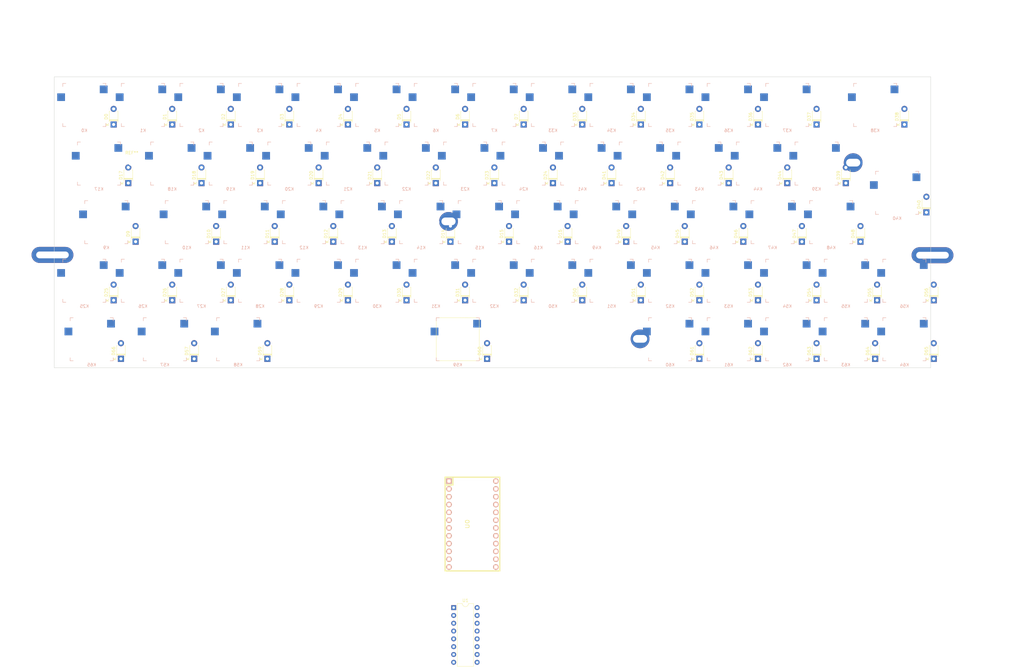
<source format=kicad_pcb>
(kicad_pcb (version 20171130) (host pcbnew "(5.1.4)-1")
  (layers (0 F.Cu signal) (31 B.Cu signal) (34 B.Paste user) (35 F.Paste user) (36 B.SilkS user) (37 F.SilkS user) (38 B.Mask user) (39 F.Mask user) (44 Edge.Cuts user))
  (net 0 "")
  (net 1 row0)
  (net 2 "Net-(D0-Pad2)")
  (net 3 "Net-(D1-Pad2)")
  (net 4 "Net-(D2-Pad2)")
  (net 5 "Net-(D3-Pad2)")
  (net 6 "Net-(D4-Pad2)")
  (net 7 "Net-(D5-Pad2)")
  (net 8 "Net-(D6-Pad2)")
  (net 9 "Net-(D7-Pad2)")
  (net 10 "Net-(D9-Pad2)")
  (net 11 row1)
  (net 12 "Net-(D10-Pad2)")
  (net 13 "Net-(D11-Pad2)")
  (net 14 "Net-(D12-Pad2)")
  (net 15 "Net-(D13-Pad2)")
  (net 16 "Net-(D14-Pad2)")
  (net 17 "Net-(D15-Pad2)")
  (net 18 "Net-(D16-Pad2)")
  (net 19 row2)
  (net 20 "Net-(D17-Pad2)")
  (net 21 "Net-(D18-Pad2)")
  (net 22 "Net-(D19-Pad2)")
  (net 23 "Net-(D20-Pad2)")
  (net 24 "Net-(D21-Pad2)")
  (net 25 "Net-(D22-Pad2)")
  (net 26 "Net-(D23-Pad2)")
  (net 27 "Net-(D24-Pad2)")
  (net 28 row3)
  (net 29 "Net-(D25-Pad2)")
  (net 30 "Net-(D26-Pad2)")
  (net 31 "Net-(D27-Pad2)")
  (net 32 "Net-(D28-Pad2)")
  (net 33 "Net-(D29-Pad2)")
  (net 34 "Net-(D30-Pad2)")
  (net 35 "Net-(D31-Pad2)")
  (net 36 "Net-(D32-Pad2)")
  (net 37 row4)
  (net 38 "Net-(D33-Pad2)")
  (net 39 "Net-(D34-Pad2)")
  (net 40 "Net-(D35-Pad2)")
  (net 41 "Net-(D36-Pad2)")
  (net 42 "Net-(D37-Pad2)")
  (net 43 "Net-(D38-Pad2)")
  (net 44 "Net-(D39-Pad2)")
  (net 45 "Net-(D40-Pad2)")
  (net 46 "Net-(D41-Pad2)")
  (net 47 row5)
  (net 48 "Net-(D42-Pad2)")
  (net 49 "Net-(D43-Pad2)")
  (net 50 "Net-(D44-Pad2)")
  (net 51 "Net-(D45-Pad2)")
  (net 52 "Net-(D46-Pad2)")
  (net 53 "Net-(D47-Pad2)")
  (net 54 "Net-(D48-Pad2)")
  (net 55 "Net-(D49-Pad2)")
  (net 56 row6)
  (net 57 "Net-(D50-Pad2)")
  (net 58 "Net-(D51-Pad2)")
  (net 59 "Net-(D52-Pad2)")
  (net 60 "Net-(D53-Pad2)")
  (net 61 "Net-(D54-Pad2)")
  (net 62 "Net-(D55-Pad2)")
  (net 63 "Net-(D56-Pad2)")
  (net 64 "Net-(D57-Pad2)")
  (net 65 "Net-(D59-Pad2)")
  (net 66 "Net-(D60-Pad2)")
  (net 67 "Net-(D61-Pad2)")
  (net 68 "Net-(D62-Pad2)")
  (net 69 "Net-(D63-Pad2)")
  (net 70 "Net-(D64-Pad2)")
  (net 71 "Net-(D65-Pad2)")
  (net 72 "Net-(D66-Pad2)")
  (net 73 col0)
  (net 74 col1)
  (net 75 col2)
  (net 76 col3)
  (net 77 col4)
  (net 78 col5)
  (net 79 col6)
  (net 80 col7)
  (net 81 GND)
  (net 82 VCC)
  (net 83 data)
  (net 84 latch)
  (net 85 clock)
  (net 86 row7)
  (net 87 row8)
  (module Button_Switch_Keyboard:SW_Cherry_MX_6.25u_Stabs (layer F.Cu) (at 131.20875 85.345 180)
    (fp_text reference " " (at 0 -7.874) (layer F.SilkS))
    (fp_text value " ")
    (pad "" np_thru_hole circle (at 50 -7 180) (size 3.05 3.05) (drill 3.05) (layers *.Cu *.Mask))
    (pad "" np_thru_hole circle (at -50 -7 180) (size 3.05 3.05) (drill 3.05) (layers *.Cu *.Mask))
    (pad "" np_thru_hole circle (at -50 8.24 180) (size 4 4) (drill 4) (layers *.Cu *.Mask))
    (pad "" np_thru_hole circle (at 50 8.24 180) (size 4 4) (drill 4) (layers *.Cu *.Mask))
  )
  (module keyboard_parts:Poker_side_edge_long (layer F.Cu) (at 285.6 58)
    (fp_text reference Poker_side_edge_long hide)
    (fp_text value VAL** hide)
    (pad "" thru_hole oval (at 0 0) (size 13.6 5.2) (drill oval 10.6 2.2) (layers *.Cu *.Mask))
  )
  (module keyboard_parts:Poker_side_edge_long (layer F.Cu) (at -0.6 57.9)
    (fp_text reference Poker_side_edge_long hide)
    (fp_text value VAL** hide)
    (pad "" thru_hole oval (at 0 0) (size 13.6 5.2) (drill oval 10.6 2.2) (layers *.Cu *.Mask))
  )
  (module keyboard_parts:Poker_oval_hole (layer F.Cu) (at 128.2 47)
    (fp_text reference Poker_oval_hole hide)
    (fp_text value VAL** hide)
    (pad "" thru_hole circle (at 0 0) (size 6.1 6.1) (drill oval 4.6 2.5) (layers *.Cu *.Mask))
  )
  (module keyboard_parts:Poker_oval_hole (layer F.Cu) (at 190.5 85.2)
    (fp_text reference Poker_oval_hole hide)
    (fp_text value VAL** hide)
    (pad "" thru_hole circle (at 0 0) (size 6.1 6.1) (drill oval 4.6 2.5) (layers *.Cu *.Mask))
  )
  (module keyboard_parts:Poker_oval_hole (layer F.Cu) (at 259.8 27.9)
    (fp_text reference Poker_oval_hole hide)
    (fp_text value VAL** hide)
    (pad "" thru_hole circle (at 0 0) (size 6.1 6.1) (drill oval 4.6 2.5) (layers *.Cu *.Mask))
  )
  (module MountingHole:MountingHole_2.2mm_M2 (layer F.Cu) (at 25.2 27.9)
    (fp_text reference REF** (at 0 -3.2) (layer F.SilkS))
    (fp_text value MountingHole_2.2mm_M2)
    (pad 1 np_thru_hole circle (at 0 0) (size 2.2 2.2) (drill 2.2) (layers *.Cu *.Mask))
  )
  (module "kalih keyswitches:Kailh_socket" (layer F.Cu) (at 12.14625 85.345)
    (fp_text reference K65 (at 0 8.3) (layer B.SilkS) (effects (justify mirror)))
    (fp_text value KEYSW)
    (pad 2 smd rect (at -7.56 -2.54) (size 2.55 2.5) (layers B.Cu B.Paste B.Mask) (net 73 col0))
    (pad "" np_thru_hole circle (at -5.08 0) (size 1.7018 1.7018) (drill 1.7018) (layers *.Cu *.Mask))
    (pad "" np_thru_hole circle (at 5.08 0) (size 1.7018 1.7018) (drill 1.7018) (layers *.Cu *.Mask))
    (pad "" np_thru_hole circle (at 0 0) (size 3.9878 3.9878) (drill 3.9878) (layers *.Cu *.Mask))
    (pad "" np_thru_hole circle (at -3.81 -2.54) (size 3 3) (drill 3) (layers *.Cu *.Mask))
    (pad "" np_thru_hole circle (at 2.54 -5.08) (size 3 3) (drill 3) (layers *.Cu *.Mask))
    (pad 1 smd rect (at 6.29 -5.08) (size 2.55 2.5) (layers B.Cu B.Paste B.Mask) (net 72 "Net-(D66-Pad2)"))
  )
  (module "kalih keyswitches:Kailh_socket" (layer F.Cu) (at 276.465 85.345)
    (fp_text reference K64 (at 0 8.3) (layer B.SilkS) (effects (justify mirror)))
    (fp_text value KEYSW)
    (pad 2 smd rect (at -7.56 -2.54) (size 2.55 2.5) (layers B.Cu B.Paste B.Mask) (net 80 col7))
    (pad "" np_thru_hole circle (at -5.08 0) (size 1.7018 1.7018) (drill 1.7018) (layers *.Cu *.Mask))
    (pad "" np_thru_hole circle (at 5.08 0) (size 1.7018 1.7018) (drill 1.7018) (layers *.Cu *.Mask))
    (pad "" np_thru_hole circle (at 0 0) (size 3.9878 3.9878) (drill 3.9878) (layers *.Cu *.Mask))
    (pad "" np_thru_hole circle (at -3.81 -2.54) (size 3 3) (drill 3) (layers *.Cu *.Mask))
    (pad "" np_thru_hole circle (at 2.54 -5.08) (size 3 3) (drill 3) (layers *.Cu *.Mask))
    (pad 1 smd rect (at 6.29 -5.08) (size 2.55 2.5) (layers B.Cu B.Paste B.Mask) (net 71 "Net-(D65-Pad2)"))
  )
  (module "kalih keyswitches:Kailh_socket" (layer F.Cu) (at 257.415 85.345)
    (fp_text reference K63 (at 0 8.3) (layer B.SilkS) (effects (justify mirror)))
    (fp_text value KEYSW)
    (pad 2 smd rect (at -7.56 -2.54) (size 2.55 2.5) (layers B.Cu B.Paste B.Mask) (net 79 col6))
    (pad "" np_thru_hole circle (at -5.08 0) (size 1.7018 1.7018) (drill 1.7018) (layers *.Cu *.Mask))
    (pad "" np_thru_hole circle (at 5.08 0) (size 1.7018 1.7018) (drill 1.7018) (layers *.Cu *.Mask))
    (pad "" np_thru_hole circle (at 0 0) (size 3.9878 3.9878) (drill 3.9878) (layers *.Cu *.Mask))
    (pad "" np_thru_hole circle (at -3.81 -2.54) (size 3 3) (drill 3) (layers *.Cu *.Mask))
    (pad "" np_thru_hole circle (at 2.54 -5.08) (size 3 3) (drill 3) (layers *.Cu *.Mask))
    (pad 1 smd rect (at 6.29 -5.08) (size 2.55 2.5) (layers B.Cu B.Paste B.Mask) (net 70 "Net-(D64-Pad2)"))
  )
  (module "kalih keyswitches:Kailh_socket" (layer F.Cu) (at 238.365 85.345)
    (fp_text reference K62 (at 0 8.3) (layer B.SilkS) (effects (justify mirror)))
    (fp_text value KEYSW)
    (pad 2 smd rect (at -7.56 -2.54) (size 2.55 2.5) (layers B.Cu B.Paste B.Mask) (net 78 col5))
    (pad "" np_thru_hole circle (at -5.08 0) (size 1.7018 1.7018) (drill 1.7018) (layers *.Cu *.Mask))
    (pad "" np_thru_hole circle (at 5.08 0) (size 1.7018 1.7018) (drill 1.7018) (layers *.Cu *.Mask))
    (pad "" np_thru_hole circle (at 0 0) (size 3.9878 3.9878) (drill 3.9878) (layers *.Cu *.Mask))
    (pad "" np_thru_hole circle (at -3.81 -2.54) (size 3 3) (drill 3) (layers *.Cu *.Mask))
    (pad "" np_thru_hole circle (at 2.54 -5.08) (size 3 3) (drill 3) (layers *.Cu *.Mask))
    (pad 1 smd rect (at 6.29 -5.08) (size 2.55 2.5) (layers B.Cu B.Paste B.Mask) (net 69 "Net-(D63-Pad2)"))
  )
  (module "kalih keyswitches:Kailh_socket" (layer F.Cu) (at 219.315 85.345)
    (fp_text reference K61 (at 0 8.3) (layer B.SilkS) (effects (justify mirror)))
    (fp_text value KEYSW)
    (pad 2 smd rect (at -7.56 -2.54) (size 2.55 2.5) (layers B.Cu B.Paste B.Mask) (net 77 col4))
    (pad "" np_thru_hole circle (at -5.08 0) (size 1.7018 1.7018) (drill 1.7018) (layers *.Cu *.Mask))
    (pad "" np_thru_hole circle (at 5.08 0) (size 1.7018 1.7018) (drill 1.7018) (layers *.Cu *.Mask))
    (pad "" np_thru_hole circle (at 0 0) (size 3.9878 3.9878) (drill 3.9878) (layers *.Cu *.Mask))
    (pad "" np_thru_hole circle (at -3.81 -2.54) (size 3 3) (drill 3) (layers *.Cu *.Mask))
    (pad "" np_thru_hole circle (at 2.54 -5.08) (size 3 3) (drill 3) (layers *.Cu *.Mask))
    (pad 1 smd rect (at 6.29 -5.08) (size 2.55 2.5) (layers B.Cu B.Paste B.Mask) (net 68 "Net-(D62-Pad2)"))
  )
  (module "kalih keyswitches:Kailh_socket" (layer F.Cu) (at 200.265 85.345)
    (fp_text reference K60 (at 0 8.3) (layer B.SilkS) (effects (justify mirror)))
    (fp_text value KEYSW)
    (pad 2 smd rect (at -7.56 -2.54) (size 2.55 2.5) (layers B.Cu B.Paste B.Mask) (net 76 col3))
    (pad "" np_thru_hole circle (at -5.08 0) (size 1.7018 1.7018) (drill 1.7018) (layers *.Cu *.Mask))
    (pad "" np_thru_hole circle (at 5.08 0) (size 1.7018 1.7018) (drill 1.7018) (layers *.Cu *.Mask))
    (pad "" np_thru_hole circle (at 0 0) (size 3.9878 3.9878) (drill 3.9878) (layers *.Cu *.Mask))
    (pad "" np_thru_hole circle (at -3.81 -2.54) (size 3 3) (drill 3) (layers *.Cu *.Mask))
    (pad "" np_thru_hole circle (at 2.54 -5.08) (size 3 3) (drill 3) (layers *.Cu *.Mask))
    (pad 1 smd rect (at 6.29 -5.08) (size 2.55 2.5) (layers B.Cu B.Paste B.Mask) (net 67 "Net-(D61-Pad2)"))
  )
  (module "kalih keyswitches:Kailh_socket" (layer F.Cu) (at 131.20875 85.345)
    (fp_text reference K59 (at 0 8.3) (layer B.SilkS) (effects (justify mirror)))
    (fp_text value KEYSW)
    (pad 2 smd rect (at -7.56 -2.54) (size 2.55 2.5) (layers B.Cu B.Paste B.Mask) (net 75 col2))
    (pad "" np_thru_hole circle (at -5.08 0) (size 1.7018 1.7018) (drill 1.7018) (layers *.Cu *.Mask))
    (pad "" np_thru_hole circle (at 5.08 0) (size 1.7018 1.7018) (drill 1.7018) (layers *.Cu *.Mask))
    (pad "" np_thru_hole circle (at 0 0) (size 3.9878 3.9878) (drill 3.9878) (layers *.Cu *.Mask))
    (pad "" np_thru_hole circle (at -3.81 -2.54) (size 3 3) (drill 3) (layers *.Cu *.Mask))
    (pad "" np_thru_hole circle (at 2.54 -5.08) (size 3 3) (drill 3) (layers *.Cu *.Mask))
    (pad 1 smd rect (at 6.29 -5.08) (size 2.55 2.5) (layers B.Cu B.Paste B.Mask) (net 66 "Net-(D60-Pad2)"))
  )
  (module "kalih keyswitches:Kailh_socket" (layer F.Cu) (at 59.77125 85.345)
    (fp_text reference K58 (at 0 8.3) (layer B.SilkS) (effects (justify mirror)))
    (fp_text value KEYSW)
    (pad 2 smd rect (at -7.56 -2.54) (size 2.55 2.5) (layers B.Cu B.Paste B.Mask) (net 74 col1))
    (pad "" np_thru_hole circle (at -5.08 0) (size 1.7018 1.7018) (drill 1.7018) (layers *.Cu *.Mask))
    (pad "" np_thru_hole circle (at 5.08 0) (size 1.7018 1.7018) (drill 1.7018) (layers *.Cu *.Mask))
    (pad "" np_thru_hole circle (at 0 0) (size 3.9878 3.9878) (drill 3.9878) (layers *.Cu *.Mask))
    (pad "" np_thru_hole circle (at -3.81 -2.54) (size 3 3) (drill 3) (layers *.Cu *.Mask))
    (pad "" np_thru_hole circle (at 2.54 -5.08) (size 3 3) (drill 3) (layers *.Cu *.Mask))
    (pad 1 smd rect (at 6.29 -5.08) (size 2.55 2.5) (layers B.Cu B.Paste B.Mask) (net 65 "Net-(D59-Pad2)"))
  )
  (module "kalih keyswitches:Kailh_socket" (layer F.Cu) (at 35.95875 85.345)
    (fp_text reference K57 (at 0 8.3) (layer B.SilkS) (effects (justify mirror)))
    (fp_text value KEYSW)
    (pad 2 smd rect (at -7.56 -2.54) (size 2.55 2.5) (layers B.Cu B.Paste B.Mask) (net 73 col0))
    (pad "" np_thru_hole circle (at -5.08 0) (size 1.7018 1.7018) (drill 1.7018) (layers *.Cu *.Mask))
    (pad "" np_thru_hole circle (at 5.08 0) (size 1.7018 1.7018) (drill 1.7018) (layers *.Cu *.Mask))
    (pad "" np_thru_hole circle (at 0 0) (size 3.9878 3.9878) (drill 3.9878) (layers *.Cu *.Mask))
    (pad "" np_thru_hole circle (at -3.81 -2.54) (size 3 3) (drill 3) (layers *.Cu *.Mask))
    (pad "" np_thru_hole circle (at 2.54 -5.08) (size 3 3) (drill 3) (layers *.Cu *.Mask))
    (pad 1 smd rect (at 6.29 -5.08) (size 2.55 2.5) (layers B.Cu B.Paste B.Mask) (net 64 "Net-(D57-Pad2)"))
  )
  (module "kalih keyswitches:Kailh_socket" (layer F.Cu) (at 276.465 66.295)
    (fp_text reference K56 (at 0 8.3) (layer B.SilkS) (effects (justify mirror)))
    (fp_text value KEYSW)
    (pad 2 smd rect (at -7.56 -2.54) (size 2.55 2.5) (layers B.Cu B.Paste B.Mask) (net 80 col7))
    (pad "" np_thru_hole circle (at -5.08 0) (size 1.7018 1.7018) (drill 1.7018) (layers *.Cu *.Mask))
    (pad "" np_thru_hole circle (at 5.08 0) (size 1.7018 1.7018) (drill 1.7018) (layers *.Cu *.Mask))
    (pad "" np_thru_hole circle (at 0 0) (size 3.9878 3.9878) (drill 3.9878) (layers *.Cu *.Mask))
    (pad "" np_thru_hole circle (at -3.81 -2.54) (size 3 3) (drill 3) (layers *.Cu *.Mask))
    (pad "" np_thru_hole circle (at 2.54 -5.08) (size 3 3) (drill 3) (layers *.Cu *.Mask))
    (pad 1 smd rect (at 6.29 -5.08) (size 2.55 2.5) (layers B.Cu B.Paste B.Mask) (net 63 "Net-(D56-Pad2)"))
  )
  (module "kalih keyswitches:Kailh_socket" (layer F.Cu) (at 257.415 66.295)
    (fp_text reference K55 (at 0 8.3) (layer B.SilkS) (effects (justify mirror)))
    (fp_text value KEYSW)
    (pad 2 smd rect (at -7.56 -2.54) (size 2.55 2.5) (layers B.Cu B.Paste B.Mask) (net 79 col6))
    (pad "" np_thru_hole circle (at -5.08 0) (size 1.7018 1.7018) (drill 1.7018) (layers *.Cu *.Mask))
    (pad "" np_thru_hole circle (at 5.08 0) (size 1.7018 1.7018) (drill 1.7018) (layers *.Cu *.Mask))
    (pad "" np_thru_hole circle (at 0 0) (size 3.9878 3.9878) (drill 3.9878) (layers *.Cu *.Mask))
    (pad "" np_thru_hole circle (at -3.81 -2.54) (size 3 3) (drill 3) (layers *.Cu *.Mask))
    (pad "" np_thru_hole circle (at 2.54 -5.08) (size 3 3) (drill 3) (layers *.Cu *.Mask))
    (pad 1 smd rect (at 6.29 -5.08) (size 2.55 2.5) (layers B.Cu B.Paste B.Mask) (net 62 "Net-(D55-Pad2)"))
  )
  (module "kalih keyswitches:Kailh_socket" (layer F.Cu) (at 238.365 66.295)
    (fp_text reference K54 (at 0 8.3) (layer B.SilkS) (effects (justify mirror)))
    (fp_text value KEYSW)
    (pad 2 smd rect (at -7.56 -2.54) (size 2.55 2.5) (layers B.Cu B.Paste B.Mask) (net 78 col5))
    (pad "" np_thru_hole circle (at -5.08 0) (size 1.7018 1.7018) (drill 1.7018) (layers *.Cu *.Mask))
    (pad "" np_thru_hole circle (at 5.08 0) (size 1.7018 1.7018) (drill 1.7018) (layers *.Cu *.Mask))
    (pad "" np_thru_hole circle (at 0 0) (size 3.9878 3.9878) (drill 3.9878) (layers *.Cu *.Mask))
    (pad "" np_thru_hole circle (at -3.81 -2.54) (size 3 3) (drill 3) (layers *.Cu *.Mask))
    (pad "" np_thru_hole circle (at 2.54 -5.08) (size 3 3) (drill 3) (layers *.Cu *.Mask))
    (pad 1 smd rect (at 6.29 -5.08) (size 2.55 2.5) (layers B.Cu B.Paste B.Mask) (net 61 "Net-(D54-Pad2)"))
  )
  (module "kalih keyswitches:Kailh_socket" (layer F.Cu) (at 219.315 66.295)
    (fp_text reference K53 (at 0 8.3) (layer B.SilkS) (effects (justify mirror)))
    (fp_text value KEYSW)
    (pad 2 smd rect (at -7.56 -2.54) (size 2.55 2.5) (layers B.Cu B.Paste B.Mask) (net 77 col4))
    (pad "" np_thru_hole circle (at -5.08 0) (size 1.7018 1.7018) (drill 1.7018) (layers *.Cu *.Mask))
    (pad "" np_thru_hole circle (at 5.08 0) (size 1.7018 1.7018) (drill 1.7018) (layers *.Cu *.Mask))
    (pad "" np_thru_hole circle (at 0 0) (size 3.9878 3.9878) (drill 3.9878) (layers *.Cu *.Mask))
    (pad "" np_thru_hole circle (at -3.81 -2.54) (size 3 3) (drill 3) (layers *.Cu *.Mask))
    (pad "" np_thru_hole circle (at 2.54 -5.08) (size 3 3) (drill 3) (layers *.Cu *.Mask))
    (pad 1 smd rect (at 6.29 -5.08) (size 2.55 2.5) (layers B.Cu B.Paste B.Mask) (net 60 "Net-(D53-Pad2)"))
  )
  (module "kalih keyswitches:Kailh_socket" (layer F.Cu) (at 200.265 66.295)
    (fp_text reference K52 (at 0 8.3) (layer B.SilkS) (effects (justify mirror)))
    (fp_text value KEYSW)
    (pad 2 smd rect (at -7.56 -2.54) (size 2.55 2.5) (layers B.Cu B.Paste B.Mask) (net 76 col3))
    (pad "" np_thru_hole circle (at -5.08 0) (size 1.7018 1.7018) (drill 1.7018) (layers *.Cu *.Mask))
    (pad "" np_thru_hole circle (at 5.08 0) (size 1.7018 1.7018) (drill 1.7018) (layers *.Cu *.Mask))
    (pad "" np_thru_hole circle (at 0 0) (size 3.9878 3.9878) (drill 3.9878) (layers *.Cu *.Mask))
    (pad "" np_thru_hole circle (at -3.81 -2.54) (size 3 3) (drill 3) (layers *.Cu *.Mask))
    (pad "" np_thru_hole circle (at 2.54 -5.08) (size 3 3) (drill 3) (layers *.Cu *.Mask))
    (pad 1 smd rect (at 6.29 -5.08) (size 2.55 2.5) (layers B.Cu B.Paste B.Mask) (net 59 "Net-(D52-Pad2)"))
  )
  (module "kalih keyswitches:Kailh_socket" (layer F.Cu) (at 181.215 66.295)
    (fp_text reference K51 (at 0 8.3) (layer B.SilkS) (effects (justify mirror)))
    (fp_text value KEYSW)
    (pad 2 smd rect (at -7.56 -2.54) (size 2.55 2.5) (layers B.Cu B.Paste B.Mask) (net 75 col2))
    (pad "" np_thru_hole circle (at -5.08 0) (size 1.7018 1.7018) (drill 1.7018) (layers *.Cu *.Mask))
    (pad "" np_thru_hole circle (at 5.08 0) (size 1.7018 1.7018) (drill 1.7018) (layers *.Cu *.Mask))
    (pad "" np_thru_hole circle (at 0 0) (size 3.9878 3.9878) (drill 3.9878) (layers *.Cu *.Mask))
    (pad "" np_thru_hole circle (at -3.81 -2.54) (size 3 3) (drill 3) (layers *.Cu *.Mask))
    (pad "" np_thru_hole circle (at 2.54 -5.08) (size 3 3) (drill 3) (layers *.Cu *.Mask))
    (pad 1 smd rect (at 6.29 -5.08) (size 2.55 2.5) (layers B.Cu B.Paste B.Mask) (net 58 "Net-(D51-Pad2)"))
  )
  (module "kalih keyswitches:Kailh_socket" (layer F.Cu) (at 162.165 66.295)
    (fp_text reference K50 (at 0 8.3) (layer B.SilkS) (effects (justify mirror)))
    (fp_text value KEYSW)
    (pad 2 smd rect (at -7.56 -2.54) (size 2.55 2.5) (layers B.Cu B.Paste B.Mask) (net 74 col1))
    (pad "" np_thru_hole circle (at -5.08 0) (size 1.7018 1.7018) (drill 1.7018) (layers *.Cu *.Mask))
    (pad "" np_thru_hole circle (at 5.08 0) (size 1.7018 1.7018) (drill 1.7018) (layers *.Cu *.Mask))
    (pad "" np_thru_hole circle (at 0 0) (size 3.9878 3.9878) (drill 3.9878) (layers *.Cu *.Mask))
    (pad "" np_thru_hole circle (at -3.81 -2.54) (size 3 3) (drill 3) (layers *.Cu *.Mask))
    (pad "" np_thru_hole circle (at 2.54 -5.08) (size 3 3) (drill 3) (layers *.Cu *.Mask))
    (pad 1 smd rect (at 6.29 -5.08) (size 2.55 2.5) (layers B.Cu B.Paste B.Mask) (net 57 "Net-(D50-Pad2)"))
  )
  (module "kalih keyswitches:Kailh_socket" (layer F.Cu) (at 176.4525 47.245)
    (fp_text reference K49 (at 0 8.3) (layer B.SilkS) (effects (justify mirror)))
    (fp_text value KEYSW)
    (pad 2 smd rect (at -7.56 -2.54) (size 2.55 2.5) (layers B.Cu B.Paste B.Mask) (net 73 col0))
    (pad "" np_thru_hole circle (at -5.08 0) (size 1.7018 1.7018) (drill 1.7018) (layers *.Cu *.Mask))
    (pad "" np_thru_hole circle (at 5.08 0) (size 1.7018 1.7018) (drill 1.7018) (layers *.Cu *.Mask))
    (pad "" np_thru_hole circle (at 0 0) (size 3.9878 3.9878) (drill 3.9878) (layers *.Cu *.Mask))
    (pad "" np_thru_hole circle (at -3.81 -2.54) (size 3 3) (drill 3) (layers *.Cu *.Mask))
    (pad "" np_thru_hole circle (at 2.54 -5.08) (size 3 3) (drill 3) (layers *.Cu *.Mask))
    (pad 1 smd rect (at 6.29 -5.08) (size 2.55 2.5) (layers B.Cu B.Paste B.Mask) (net 55 "Net-(D49-Pad2)"))
  )
  (module "kalih keyswitches:Kailh_socket" (layer F.Cu) (at 252.6525 47.245)
    (fp_text reference K48 (at 0 8.3) (layer B.SilkS) (effects (justify mirror)))
    (fp_text value KEYSW)
    (pad 2 smd rect (at -7.56 -2.54) (size 2.55 2.5) (layers B.Cu B.Paste B.Mask) (net 80 col7))
    (pad "" np_thru_hole circle (at -5.08 0) (size 1.7018 1.7018) (drill 1.7018) (layers *.Cu *.Mask))
    (pad "" np_thru_hole circle (at 5.08 0) (size 1.7018 1.7018) (drill 1.7018) (layers *.Cu *.Mask))
    (pad "" np_thru_hole circle (at 0 0) (size 3.9878 3.9878) (drill 3.9878) (layers *.Cu *.Mask))
    (pad "" np_thru_hole circle (at -3.81 -2.54) (size 3 3) (drill 3) (layers *.Cu *.Mask))
    (pad "" np_thru_hole circle (at 2.54 -5.08) (size 3 3) (drill 3) (layers *.Cu *.Mask))
    (pad 1 smd rect (at 6.29 -5.08) (size 2.55 2.5) (layers B.Cu B.Paste B.Mask) (net 54 "Net-(D48-Pad2)"))
  )
  (module "kalih keyswitches:Kailh_socket" (layer F.Cu) (at 233.6025 47.245)
    (fp_text reference K47 (at 0 8.3) (layer B.SilkS) (effects (justify mirror)))
    (fp_text value KEYSW)
    (pad 2 smd rect (at -7.56 -2.54) (size 2.55 2.5) (layers B.Cu B.Paste B.Mask) (net 79 col6))
    (pad "" np_thru_hole circle (at -5.08 0) (size 1.7018 1.7018) (drill 1.7018) (layers *.Cu *.Mask))
    (pad "" np_thru_hole circle (at 5.08 0) (size 1.7018 1.7018) (drill 1.7018) (layers *.Cu *.Mask))
    (pad "" np_thru_hole circle (at 0 0) (size 3.9878 3.9878) (drill 3.9878) (layers *.Cu *.Mask))
    (pad "" np_thru_hole circle (at -3.81 -2.54) (size 3 3) (drill 3) (layers *.Cu *.Mask))
    (pad "" np_thru_hole circle (at 2.54 -5.08) (size 3 3) (drill 3) (layers *.Cu *.Mask))
    (pad 1 smd rect (at 6.29 -5.08) (size 2.55 2.5) (layers B.Cu B.Paste B.Mask) (net 53 "Net-(D47-Pad2)"))
  )
  (module "kalih keyswitches:Kailh_socket" (layer F.Cu) (at 214.5525 47.245)
    (fp_text reference K46 (at 0 8.3) (layer B.SilkS) (effects (justify mirror)))
    (fp_text value KEYSW)
    (pad 2 smd rect (at -7.56 -2.54) (size 2.55 2.5) (layers B.Cu B.Paste B.Mask) (net 78 col5))
    (pad "" np_thru_hole circle (at -5.08 0) (size 1.7018 1.7018) (drill 1.7018) (layers *.Cu *.Mask))
    (pad "" np_thru_hole circle (at 5.08 0) (size 1.7018 1.7018) (drill 1.7018) (layers *.Cu *.Mask))
    (pad "" np_thru_hole circle (at 0 0) (size 3.9878 3.9878) (drill 3.9878) (layers *.Cu *.Mask))
    (pad "" np_thru_hole circle (at -3.81 -2.54) (size 3 3) (drill 3) (layers *.Cu *.Mask))
    (pad "" np_thru_hole circle (at 2.54 -5.08) (size 3 3) (drill 3) (layers *.Cu *.Mask))
    (pad 1 smd rect (at 6.29 -5.08) (size 2.55 2.5) (layers B.Cu B.Paste B.Mask) (net 52 "Net-(D46-Pad2)"))
  )
  (module "kalih keyswitches:Kailh_socket" (layer F.Cu) (at 195.5025 47.245)
    (fp_text reference K45 (at 0 8.3) (layer B.SilkS) (effects (justify mirror)))
    (fp_text value KEYSW)
    (pad 2 smd rect (at -7.56 -2.54) (size 2.55 2.5) (layers B.Cu B.Paste B.Mask) (net 77 col4))
    (pad "" np_thru_hole circle (at -5.08 0) (size 1.7018 1.7018) (drill 1.7018) (layers *.Cu *.Mask))
    (pad "" np_thru_hole circle (at 5.08 0) (size 1.7018 1.7018) (drill 1.7018) (layers *.Cu *.Mask))
    (pad "" np_thru_hole circle (at 0 0) (size 3.9878 3.9878) (drill 3.9878) (layers *.Cu *.Mask))
    (pad "" np_thru_hole circle (at -3.81 -2.54) (size 3 3) (drill 3) (layers *.Cu *.Mask))
    (pad "" np_thru_hole circle (at 2.54 -5.08) (size 3 3) (drill 3) (layers *.Cu *.Mask))
    (pad 1 smd rect (at 6.29 -5.08) (size 2.55 2.5) (layers B.Cu B.Paste B.Mask) (net 51 "Net-(D45-Pad2)"))
  )
  (module "kalih keyswitches:Kailh_socket" (layer F.Cu) (at 228.84 28.195)
    (fp_text reference K44 (at 0 8.3) (layer B.SilkS) (effects (justify mirror)))
    (fp_text value KEYSW)
    (pad 2 smd rect (at -7.56 -2.54) (size 2.55 2.5) (layers B.Cu B.Paste B.Mask) (net 76 col3))
    (pad "" np_thru_hole circle (at -5.08 0) (size 1.7018 1.7018) (drill 1.7018) (layers *.Cu *.Mask))
    (pad "" np_thru_hole circle (at 5.08 0) (size 1.7018 1.7018) (drill 1.7018) (layers *.Cu *.Mask))
    (pad "" np_thru_hole circle (at 0 0) (size 3.9878 3.9878) (drill 3.9878) (layers *.Cu *.Mask))
    (pad "" np_thru_hole circle (at -3.81 -2.54) (size 3 3) (drill 3) (layers *.Cu *.Mask))
    (pad "" np_thru_hole circle (at 2.54 -5.08) (size 3 3) (drill 3) (layers *.Cu *.Mask))
    (pad 1 smd rect (at 6.29 -5.08) (size 2.55 2.5) (layers B.Cu B.Paste B.Mask) (net 50 "Net-(D44-Pad2)"))
  )
  (module "kalih keyswitches:Kailh_socket" (layer F.Cu) (at 209.79 28.195)
    (fp_text reference K43 (at 0 8.3) (layer B.SilkS) (effects (justify mirror)))
    (fp_text value KEYSW)
    (pad 2 smd rect (at -7.56 -2.54) (size 2.55 2.5) (layers B.Cu B.Paste B.Mask) (net 75 col2))
    (pad "" np_thru_hole circle (at -5.08 0) (size 1.7018 1.7018) (drill 1.7018) (layers *.Cu *.Mask))
    (pad "" np_thru_hole circle (at 5.08 0) (size 1.7018 1.7018) (drill 1.7018) (layers *.Cu *.Mask))
    (pad "" np_thru_hole circle (at 0 0) (size 3.9878 3.9878) (drill 3.9878) (layers *.Cu *.Mask))
    (pad "" np_thru_hole circle (at -3.81 -2.54) (size 3 3) (drill 3) (layers *.Cu *.Mask))
    (pad "" np_thru_hole circle (at 2.54 -5.08) (size 3 3) (drill 3) (layers *.Cu *.Mask))
    (pad 1 smd rect (at 6.29 -5.08) (size 2.55 2.5) (layers B.Cu B.Paste B.Mask) (net 49 "Net-(D43-Pad2)"))
  )
  (module "kalih keyswitches:Kailh_socket" (layer F.Cu) (at 190.74 28.195)
    (fp_text reference K42 (at 0 8.3) (layer B.SilkS) (effects (justify mirror)))
    (fp_text value KEYSW)
    (pad 2 smd rect (at -7.56 -2.54) (size 2.55 2.5) (layers B.Cu B.Paste B.Mask) (net 74 col1))
    (pad "" np_thru_hole circle (at -5.08 0) (size 1.7018 1.7018) (drill 1.7018) (layers *.Cu *.Mask))
    (pad "" np_thru_hole circle (at 5.08 0) (size 1.7018 1.7018) (drill 1.7018) (layers *.Cu *.Mask))
    (pad "" np_thru_hole circle (at 0 0) (size 3.9878 3.9878) (drill 3.9878) (layers *.Cu *.Mask))
    (pad "" np_thru_hole circle (at -3.81 -2.54) (size 3 3) (drill 3) (layers *.Cu *.Mask))
    (pad "" np_thru_hole circle (at 2.54 -5.08) (size 3 3) (drill 3) (layers *.Cu *.Mask))
    (pad 1 smd rect (at 6.29 -5.08) (size 2.55 2.5) (layers B.Cu B.Paste B.Mask) (net 48 "Net-(D42-Pad2)"))
  )
  (module "kalih keyswitches:Kailh_socket" (layer F.Cu) (at 171.69 28.195)
    (fp_text reference K41 (at 0 8.3) (layer B.SilkS) (effects (justify mirror)))
    (fp_text value KEYSW)
    (pad 2 smd rect (at -7.56 -2.54) (size 2.55 2.5) (layers B.Cu B.Paste B.Mask) (net 73 col0))
    (pad "" np_thru_hole circle (at -5.08 0) (size 1.7018 1.7018) (drill 1.7018) (layers *.Cu *.Mask))
    (pad "" np_thru_hole circle (at 5.08 0) (size 1.7018 1.7018) (drill 1.7018) (layers *.Cu *.Mask))
    (pad "" np_thru_hole circle (at 0 0) (size 3.9878 3.9878) (drill 3.9878) (layers *.Cu *.Mask))
    (pad "" np_thru_hole circle (at -3.81 -2.54) (size 3 3) (drill 3) (layers *.Cu *.Mask))
    (pad "" np_thru_hole circle (at 2.54 -5.08) (size 3 3) (drill 3) (layers *.Cu *.Mask))
    (pad 1 smd rect (at 6.29 -5.08) (size 2.55 2.5) (layers B.Cu B.Paste B.Mask) (net 46 "Net-(D41-Pad2)"))
  )
  (module "kalih keyswitches:Kailh_socket" (layer F.Cu) (at 274.08375 37.72)
    (fp_text reference K40 (at 0 8.3) (layer B.SilkS) (effects (justify mirror)))
    (fp_text value KEYSW)
    (pad 2 smd rect (at -7.56 -2.54) (size 2.55 2.5) (layers B.Cu B.Paste B.Mask) (net 80 col7))
    (pad "" np_thru_hole circle (at -5.08 0) (size 1.7018 1.7018) (drill 1.7018) (layers *.Cu *.Mask))
    (pad "" np_thru_hole circle (at 5.08 0) (size 1.7018 1.7018) (drill 1.7018) (layers *.Cu *.Mask))
    (pad "" np_thru_hole circle (at 0 0) (size 3.9878 3.9878) (drill 3.9878) (layers *.Cu *.Mask))
    (pad "" np_thru_hole circle (at -3.81 -2.54) (size 3 3) (drill 3) (layers *.Cu *.Mask))
    (pad "" np_thru_hole circle (at 2.54 -5.08) (size 3 3) (drill 3) (layers *.Cu *.Mask))
    (pad 1 smd rect (at 6.29 -5.08) (size 2.55 2.5) (layers B.Cu B.Paste B.Mask) (net 45 "Net-(D40-Pad2)"))
  )
  (module "kalih keyswitches:Kailh_socket" (layer F.Cu) (at 247.89 28.195)
    (fp_text reference K39 (at 0 8.3) (layer B.SilkS) (effects (justify mirror)))
    (fp_text value KEYSW)
    (pad 2 smd rect (at -7.56 -2.54) (size 2.55 2.5) (layers B.Cu B.Paste B.Mask) (net 79 col6))
    (pad "" np_thru_hole circle (at -5.08 0) (size 1.7018 1.7018) (drill 1.7018) (layers *.Cu *.Mask))
    (pad "" np_thru_hole circle (at 5.08 0) (size 1.7018 1.7018) (drill 1.7018) (layers *.Cu *.Mask))
    (pad "" np_thru_hole circle (at 0 0) (size 3.9878 3.9878) (drill 3.9878) (layers *.Cu *.Mask))
    (pad "" np_thru_hole circle (at -3.81 -2.54) (size 3 3) (drill 3) (layers *.Cu *.Mask))
    (pad "" np_thru_hole circle (at 2.54 -5.08) (size 3 3) (drill 3) (layers *.Cu *.Mask))
    (pad 1 smd rect (at 6.29 -5.08) (size 2.55 2.5) (layers B.Cu B.Paste B.Mask) (net 44 "Net-(D39-Pad2)"))
  )
  (module "kalih keyswitches:Kailh_socket" (layer F.Cu) (at 266.94 9.145)
    (fp_text reference K38 (at 0 8.3) (layer B.SilkS) (effects (justify mirror)))
    (fp_text value KEYSW)
    (pad 2 smd rect (at -7.56 -2.54) (size 2.55 2.5) (layers B.Cu B.Paste B.Mask) (net 78 col5))
    (pad "" np_thru_hole circle (at -5.08 0) (size 1.7018 1.7018) (drill 1.7018) (layers *.Cu *.Mask))
    (pad "" np_thru_hole circle (at 5.08 0) (size 1.7018 1.7018) (drill 1.7018) (layers *.Cu *.Mask))
    (pad "" np_thru_hole circle (at 0 0) (size 3.9878 3.9878) (drill 3.9878) (layers *.Cu *.Mask))
    (pad "" np_thru_hole circle (at -3.81 -2.54) (size 3 3) (drill 3) (layers *.Cu *.Mask))
    (pad "" np_thru_hole circle (at 2.54 -5.08) (size 3 3) (drill 3) (layers *.Cu *.Mask))
    (pad 1 smd rect (at 6.29 -5.08) (size 2.55 2.5) (layers B.Cu B.Paste B.Mask) (net 43 "Net-(D38-Pad2)"))
  )
  (module "kalih keyswitches:Kailh_socket" (layer F.Cu) (at 238.365 9.145)
    (fp_text reference K37 (at 0 8.3) (layer B.SilkS) (effects (justify mirror)))
    (fp_text value KEYSW)
    (pad 2 smd rect (at -7.56 -2.54) (size 2.55 2.5) (layers B.Cu B.Paste B.Mask) (net 77 col4))
    (pad "" np_thru_hole circle (at -5.08 0) (size 1.7018 1.7018) (drill 1.7018) (layers *.Cu *.Mask))
    (pad "" np_thru_hole circle (at 5.08 0) (size 1.7018 1.7018) (drill 1.7018) (layers *.Cu *.Mask))
    (pad "" np_thru_hole circle (at 0 0) (size 3.9878 3.9878) (drill 3.9878) (layers *.Cu *.Mask))
    (pad "" np_thru_hole circle (at -3.81 -2.54) (size 3 3) (drill 3) (layers *.Cu *.Mask))
    (pad "" np_thru_hole circle (at 2.54 -5.08) (size 3 3) (drill 3) (layers *.Cu *.Mask))
    (pad 1 smd rect (at 6.29 -5.08) (size 2.55 2.5) (layers B.Cu B.Paste B.Mask) (net 42 "Net-(D37-Pad2)"))
  )
  (module "kalih keyswitches:Kailh_socket" (layer F.Cu) (at 219.315 9.145)
    (fp_text reference K36 (at 0 8.3) (layer B.SilkS) (effects (justify mirror)))
    (fp_text value KEYSW)
    (pad 2 smd rect (at -7.56 -2.54) (size 2.55 2.5) (layers B.Cu B.Paste B.Mask) (net 76 col3))
    (pad "" np_thru_hole circle (at -5.08 0) (size 1.7018 1.7018) (drill 1.7018) (layers *.Cu *.Mask))
    (pad "" np_thru_hole circle (at 5.08 0) (size 1.7018 1.7018) (drill 1.7018) (layers *.Cu *.Mask))
    (pad "" np_thru_hole circle (at 0 0) (size 3.9878 3.9878) (drill 3.9878) (layers *.Cu *.Mask))
    (pad "" np_thru_hole circle (at -3.81 -2.54) (size 3 3) (drill 3) (layers *.Cu *.Mask))
    (pad "" np_thru_hole circle (at 2.54 -5.08) (size 3 3) (drill 3) (layers *.Cu *.Mask))
    (pad 1 smd rect (at 6.29 -5.08) (size 2.55 2.5) (layers B.Cu B.Paste B.Mask) (net 41 "Net-(D36-Pad2)"))
  )
  (module "kalih keyswitches:Kailh_socket" (layer F.Cu) (at 200.265 9.145)
    (fp_text reference K35 (at 0 8.3) (layer B.SilkS) (effects (justify mirror)))
    (fp_text value KEYSW)
    (pad 2 smd rect (at -7.56 -2.54) (size 2.55 2.5) (layers B.Cu B.Paste B.Mask) (net 75 col2))
    (pad "" np_thru_hole circle (at -5.08 0) (size 1.7018 1.7018) (drill 1.7018) (layers *.Cu *.Mask))
    (pad "" np_thru_hole circle (at 5.08 0) (size 1.7018 1.7018) (drill 1.7018) (layers *.Cu *.Mask))
    (pad "" np_thru_hole circle (at 0 0) (size 3.9878 3.9878) (drill 3.9878) (layers *.Cu *.Mask))
    (pad "" np_thru_hole circle (at -3.81 -2.54) (size 3 3) (drill 3) (layers *.Cu *.Mask))
    (pad "" np_thru_hole circle (at 2.54 -5.08) (size 3 3) (drill 3) (layers *.Cu *.Mask))
    (pad 1 smd rect (at 6.29 -5.08) (size 2.55 2.5) (layers B.Cu B.Paste B.Mask) (net 40 "Net-(D35-Pad2)"))
  )
  (module "kalih keyswitches:Kailh_socket" (layer F.Cu) (at 181.215 9.145)
    (fp_text reference K34 (at 0 8.3) (layer B.SilkS) (effects (justify mirror)))
    (fp_text value KEYSW)
    (pad 2 smd rect (at -7.56 -2.54) (size 2.55 2.5) (layers B.Cu B.Paste B.Mask) (net 74 col1))
    (pad "" np_thru_hole circle (at -5.08 0) (size 1.7018 1.7018) (drill 1.7018) (layers *.Cu *.Mask))
    (pad "" np_thru_hole circle (at 5.08 0) (size 1.7018 1.7018) (drill 1.7018) (layers *.Cu *.Mask))
    (pad "" np_thru_hole circle (at 0 0) (size 3.9878 3.9878) (drill 3.9878) (layers *.Cu *.Mask))
    (pad "" np_thru_hole circle (at -3.81 -2.54) (size 3 3) (drill 3) (layers *.Cu *.Mask))
    (pad "" np_thru_hole circle (at 2.54 -5.08) (size 3 3) (drill 3) (layers *.Cu *.Mask))
    (pad 1 smd rect (at 6.29 -5.08) (size 2.55 2.5) (layers B.Cu B.Paste B.Mask) (net 39 "Net-(D34-Pad2)"))
  )
  (module "kalih keyswitches:Kailh_socket" (layer F.Cu) (at 162.165 9.145)
    (fp_text reference K33 (at 0 8.3) (layer B.SilkS) (effects (justify mirror)))
    (fp_text value KEYSW)
    (pad 2 smd rect (at -7.56 -2.54) (size 2.55 2.5) (layers B.Cu B.Paste B.Mask) (net 73 col0))
    (pad "" np_thru_hole circle (at -5.08 0) (size 1.7018 1.7018) (drill 1.7018) (layers *.Cu *.Mask))
    (pad "" np_thru_hole circle (at 5.08 0) (size 1.7018 1.7018) (drill 1.7018) (layers *.Cu *.Mask))
    (pad "" np_thru_hole circle (at 0 0) (size 3.9878 3.9878) (drill 3.9878) (layers *.Cu *.Mask))
    (pad "" np_thru_hole circle (at -3.81 -2.54) (size 3 3) (drill 3) (layers *.Cu *.Mask))
    (pad "" np_thru_hole circle (at 2.54 -5.08) (size 3 3) (drill 3) (layers *.Cu *.Mask))
    (pad 1 smd rect (at 6.29 -5.08) (size 2.55 2.5) (layers B.Cu B.Paste B.Mask) (net 38 "Net-(D33-Pad2)"))
  )
  (module "kalih keyswitches:Kailh_socket" (layer F.Cu) (at 143.115 66.295)
    (fp_text reference K32 (at 0 8.3) (layer B.SilkS) (effects (justify mirror)))
    (fp_text value KEYSW)
    (pad 2 smd rect (at -7.56 -2.54) (size 2.55 2.5) (layers B.Cu B.Paste B.Mask) (net 80 col7))
    (pad "" np_thru_hole circle (at -5.08 0) (size 1.7018 1.7018) (drill 1.7018) (layers *.Cu *.Mask))
    (pad "" np_thru_hole circle (at 5.08 0) (size 1.7018 1.7018) (drill 1.7018) (layers *.Cu *.Mask))
    (pad "" np_thru_hole circle (at 0 0) (size 3.9878 3.9878) (drill 3.9878) (layers *.Cu *.Mask))
    (pad "" np_thru_hole circle (at -3.81 -2.54) (size 3 3) (drill 3) (layers *.Cu *.Mask))
    (pad "" np_thru_hole circle (at 2.54 -5.08) (size 3 3) (drill 3) (layers *.Cu *.Mask))
    (pad 1 smd rect (at 6.29 -5.08) (size 2.55 2.5) (layers B.Cu B.Paste B.Mask) (net 36 "Net-(D32-Pad2)"))
  )
  (module "kalih keyswitches:Kailh_socket" (layer F.Cu) (at 124.065 66.295)
    (fp_text reference K31 (at 0 8.3) (layer B.SilkS) (effects (justify mirror)))
    (fp_text value KEYSW)
    (pad 2 smd rect (at -7.56 -2.54) (size 2.55 2.5) (layers B.Cu B.Paste B.Mask) (net 79 col6))
    (pad "" np_thru_hole circle (at -5.08 0) (size 1.7018 1.7018) (drill 1.7018) (layers *.Cu *.Mask))
    (pad "" np_thru_hole circle (at 5.08 0) (size 1.7018 1.7018) (drill 1.7018) (layers *.Cu *.Mask))
    (pad "" np_thru_hole circle (at 0 0) (size 3.9878 3.9878) (drill 3.9878) (layers *.Cu *.Mask))
    (pad "" np_thru_hole circle (at -3.81 -2.54) (size 3 3) (drill 3) (layers *.Cu *.Mask))
    (pad "" np_thru_hole circle (at 2.54 -5.08) (size 3 3) (drill 3) (layers *.Cu *.Mask))
    (pad 1 smd rect (at 6.29 -5.08) (size 2.55 2.5) (layers B.Cu B.Paste B.Mask) (net 35 "Net-(D31-Pad2)"))
  )
  (module "kalih keyswitches:Kailh_socket" (layer F.Cu) (at 105.015 66.295)
    (fp_text reference K30 (at 0 8.3) (layer B.SilkS) (effects (justify mirror)))
    (fp_text value KEYSW)
    (pad 2 smd rect (at -7.56 -2.54) (size 2.55 2.5) (layers B.Cu B.Paste B.Mask) (net 78 col5))
    (pad "" np_thru_hole circle (at -5.08 0) (size 1.7018 1.7018) (drill 1.7018) (layers *.Cu *.Mask))
    (pad "" np_thru_hole circle (at 5.08 0) (size 1.7018 1.7018) (drill 1.7018) (layers *.Cu *.Mask))
    (pad "" np_thru_hole circle (at 0 0) (size 3.9878 3.9878) (drill 3.9878) (layers *.Cu *.Mask))
    (pad "" np_thru_hole circle (at -3.81 -2.54) (size 3 3) (drill 3) (layers *.Cu *.Mask))
    (pad "" np_thru_hole circle (at 2.54 -5.08) (size 3 3) (drill 3) (layers *.Cu *.Mask))
    (pad 1 smd rect (at 6.29 -5.08) (size 2.55 2.5) (layers B.Cu B.Paste B.Mask) (net 34 "Net-(D30-Pad2)"))
  )
  (module "kalih keyswitches:Kailh_socket" (layer F.Cu) (at 85.965 66.295)
    (fp_text reference K29 (at 0 8.3) (layer B.SilkS) (effects (justify mirror)))
    (fp_text value KEYSW)
    (pad 2 smd rect (at -7.56 -2.54) (size 2.55 2.5) (layers B.Cu B.Paste B.Mask) (net 77 col4))
    (pad "" np_thru_hole circle (at -5.08 0) (size 1.7018 1.7018) (drill 1.7018) (layers *.Cu *.Mask))
    (pad "" np_thru_hole circle (at 5.08 0) (size 1.7018 1.7018) (drill 1.7018) (layers *.Cu *.Mask))
    (pad "" np_thru_hole circle (at 0 0) (size 3.9878 3.9878) (drill 3.9878) (layers *.Cu *.Mask))
    (pad "" np_thru_hole circle (at -3.81 -2.54) (size 3 3) (drill 3) (layers *.Cu *.Mask))
    (pad "" np_thru_hole circle (at 2.54 -5.08) (size 3 3) (drill 3) (layers *.Cu *.Mask))
    (pad 1 smd rect (at 6.29 -5.08) (size 2.55 2.5) (layers B.Cu B.Paste B.Mask) (net 33 "Net-(D29-Pad2)"))
  )
  (module "kalih keyswitches:Kailh_socket" (layer F.Cu) (at 66.915 66.295)
    (fp_text reference K28 (at 0 8.3) (layer B.SilkS) (effects (justify mirror)))
    (fp_text value KEYSW)
    (pad 2 smd rect (at -7.56 -2.54) (size 2.55 2.5) (layers B.Cu B.Paste B.Mask) (net 76 col3))
    (pad "" np_thru_hole circle (at -5.08 0) (size 1.7018 1.7018) (drill 1.7018) (layers *.Cu *.Mask))
    (pad "" np_thru_hole circle (at 5.08 0) (size 1.7018 1.7018) (drill 1.7018) (layers *.Cu *.Mask))
    (pad "" np_thru_hole circle (at 0 0) (size 3.9878 3.9878) (drill 3.9878) (layers *.Cu *.Mask))
    (pad "" np_thru_hole circle (at -3.81 -2.54) (size 3 3) (drill 3) (layers *.Cu *.Mask))
    (pad "" np_thru_hole circle (at 2.54 -5.08) (size 3 3) (drill 3) (layers *.Cu *.Mask))
    (pad 1 smd rect (at 6.29 -5.08) (size 2.55 2.5) (layers B.Cu B.Paste B.Mask) (net 32 "Net-(D28-Pad2)"))
  )
  (module "kalih keyswitches:Kailh_socket" (layer F.Cu) (at 47.865 66.295)
    (fp_text reference K27 (at 0 8.3) (layer B.SilkS) (effects (justify mirror)))
    (fp_text value KEYSW)
    (pad 2 smd rect (at -7.56 -2.54) (size 2.55 2.5) (layers B.Cu B.Paste B.Mask) (net 75 col2))
    (pad "" np_thru_hole circle (at -5.08 0) (size 1.7018 1.7018) (drill 1.7018) (layers *.Cu *.Mask))
    (pad "" np_thru_hole circle (at 5.08 0) (size 1.7018 1.7018) (drill 1.7018) (layers *.Cu *.Mask))
    (pad "" np_thru_hole circle (at 0 0) (size 3.9878 3.9878) (drill 3.9878) (layers *.Cu *.Mask))
    (pad "" np_thru_hole circle (at -3.81 -2.54) (size 3 3) (drill 3) (layers *.Cu *.Mask))
    (pad "" np_thru_hole circle (at 2.54 -5.08) (size 3 3) (drill 3) (layers *.Cu *.Mask))
    (pad 1 smd rect (at 6.29 -5.08) (size 2.55 2.5) (layers B.Cu B.Paste B.Mask) (net 31 "Net-(D27-Pad2)"))
  )
  (module "kalih keyswitches:Kailh_socket" (layer F.Cu) (at 28.815 66.295)
    (fp_text reference K26 (at 0 8.3) (layer B.SilkS) (effects (justify mirror)))
    (fp_text value KEYSW)
    (pad 2 smd rect (at -7.56 -2.54) (size 2.55 2.5) (layers B.Cu B.Paste B.Mask) (net 74 col1))
    (pad "" np_thru_hole circle (at -5.08 0) (size 1.7018 1.7018) (drill 1.7018) (layers *.Cu *.Mask))
    (pad "" np_thru_hole circle (at 5.08 0) (size 1.7018 1.7018) (drill 1.7018) (layers *.Cu *.Mask))
    (pad "" np_thru_hole circle (at 0 0) (size 3.9878 3.9878) (drill 3.9878) (layers *.Cu *.Mask))
    (pad "" np_thru_hole circle (at -3.81 -2.54) (size 3 3) (drill 3) (layers *.Cu *.Mask))
    (pad "" np_thru_hole circle (at 2.54 -5.08) (size 3 3) (drill 3) (layers *.Cu *.Mask))
    (pad 1 smd rect (at 6.29 -5.08) (size 2.55 2.5) (layers B.Cu B.Paste B.Mask) (net 30 "Net-(D26-Pad2)"))
  )
  (module "kalih keyswitches:Kailh_socket" (layer F.Cu) (at 9.765 66.295)
    (fp_text reference K25 (at 0 8.3) (layer B.SilkS) (effects (justify mirror)))
    (fp_text value KEYSW)
    (pad 2 smd rect (at -7.56 -2.54) (size 2.55 2.5) (layers B.Cu B.Paste B.Mask) (net 73 col0))
    (pad "" np_thru_hole circle (at -5.08 0) (size 1.7018 1.7018) (drill 1.7018) (layers *.Cu *.Mask))
    (pad "" np_thru_hole circle (at 5.08 0) (size 1.7018 1.7018) (drill 1.7018) (layers *.Cu *.Mask))
    (pad "" np_thru_hole circle (at 0 0) (size 3.9878 3.9878) (drill 3.9878) (layers *.Cu *.Mask))
    (pad "" np_thru_hole circle (at -3.81 -2.54) (size 3 3) (drill 3) (layers *.Cu *.Mask))
    (pad "" np_thru_hole circle (at 2.54 -5.08) (size 3 3) (drill 3) (layers *.Cu *.Mask))
    (pad 1 smd rect (at 6.29 -5.08) (size 2.55 2.5) (layers B.Cu B.Paste B.Mask) (net 29 "Net-(D25-Pad2)"))
  )
  (module "kalih keyswitches:Kailh_socket" (layer F.Cu) (at 152.64 28.195)
    (fp_text reference K24 (at 0 8.3) (layer B.SilkS) (effects (justify mirror)))
    (fp_text value KEYSW)
    (pad 2 smd rect (at -7.56 -2.54) (size 2.55 2.5) (layers B.Cu B.Paste B.Mask) (net 80 col7))
    (pad "" np_thru_hole circle (at -5.08 0) (size 1.7018 1.7018) (drill 1.7018) (layers *.Cu *.Mask))
    (pad "" np_thru_hole circle (at 5.08 0) (size 1.7018 1.7018) (drill 1.7018) (layers *.Cu *.Mask))
    (pad "" np_thru_hole circle (at 0 0) (size 3.9878 3.9878) (drill 3.9878) (layers *.Cu *.Mask))
    (pad "" np_thru_hole circle (at -3.81 -2.54) (size 3 3) (drill 3) (layers *.Cu *.Mask))
    (pad "" np_thru_hole circle (at 2.54 -5.08) (size 3 3) (drill 3) (layers *.Cu *.Mask))
    (pad 1 smd rect (at 6.29 -5.08) (size 2.55 2.5) (layers B.Cu B.Paste B.Mask) (net 27 "Net-(D24-Pad2)"))
  )
  (module "kalih keyswitches:Kailh_socket" (layer F.Cu) (at 133.59 28.195)
    (fp_text reference K23 (at 0 8.3) (layer B.SilkS) (effects (justify mirror)))
    (fp_text value KEYSW)
    (pad 2 smd rect (at -7.56 -2.54) (size 2.55 2.5) (layers B.Cu B.Paste B.Mask) (net 79 col6))
    (pad "" np_thru_hole circle (at -5.08 0) (size 1.7018 1.7018) (drill 1.7018) (layers *.Cu *.Mask))
    (pad "" np_thru_hole circle (at 5.08 0) (size 1.7018 1.7018) (drill 1.7018) (layers *.Cu *.Mask))
    (pad "" np_thru_hole circle (at 0 0) (size 3.9878 3.9878) (drill 3.9878) (layers *.Cu *.Mask))
    (pad "" np_thru_hole circle (at -3.81 -2.54) (size 3 3) (drill 3) (layers *.Cu *.Mask))
    (pad "" np_thru_hole circle (at 2.54 -5.08) (size 3 3) (drill 3) (layers *.Cu *.Mask))
    (pad 1 smd rect (at 6.29 -5.08) (size 2.55 2.5) (layers B.Cu B.Paste B.Mask) (net 26 "Net-(D23-Pad2)"))
  )
  (module "kalih keyswitches:Kailh_socket" (layer F.Cu) (at 114.54 28.195)
    (fp_text reference K22 (at 0 8.3) (layer B.SilkS) (effects (justify mirror)))
    (fp_text value KEYSW)
    (pad 2 smd rect (at -7.56 -2.54) (size 2.55 2.5) (layers B.Cu B.Paste B.Mask) (net 78 col5))
    (pad "" np_thru_hole circle (at -5.08 0) (size 1.7018 1.7018) (drill 1.7018) (layers *.Cu *.Mask))
    (pad "" np_thru_hole circle (at 5.08 0) (size 1.7018 1.7018) (drill 1.7018) (layers *.Cu *.Mask))
    (pad "" np_thru_hole circle (at 0 0) (size 3.9878 3.9878) (drill 3.9878) (layers *.Cu *.Mask))
    (pad "" np_thru_hole circle (at -3.81 -2.54) (size 3 3) (drill 3) (layers *.Cu *.Mask))
    (pad "" np_thru_hole circle (at 2.54 -5.08) (size 3 3) (drill 3) (layers *.Cu *.Mask))
    (pad 1 smd rect (at 6.29 -5.08) (size 2.55 2.5) (layers B.Cu B.Paste B.Mask) (net 25 "Net-(D22-Pad2)"))
  )
  (module "kalih keyswitches:Kailh_socket" (layer F.Cu) (at 95.49 28.195)
    (fp_text reference K21 (at 0 8.3) (layer B.SilkS) (effects (justify mirror)))
    (fp_text value KEYSW)
    (pad 2 smd rect (at -7.56 -2.54) (size 2.55 2.5) (layers B.Cu B.Paste B.Mask) (net 77 col4))
    (pad "" np_thru_hole circle (at -5.08 0) (size 1.7018 1.7018) (drill 1.7018) (layers *.Cu *.Mask))
    (pad "" np_thru_hole circle (at 5.08 0) (size 1.7018 1.7018) (drill 1.7018) (layers *.Cu *.Mask))
    (pad "" np_thru_hole circle (at 0 0) (size 3.9878 3.9878) (drill 3.9878) (layers *.Cu *.Mask))
    (pad "" np_thru_hole circle (at -3.81 -2.54) (size 3 3) (drill 3) (layers *.Cu *.Mask))
    (pad "" np_thru_hole circle (at 2.54 -5.08) (size 3 3) (drill 3) (layers *.Cu *.Mask))
    (pad 1 smd rect (at 6.29 -5.08) (size 2.55 2.5) (layers B.Cu B.Paste B.Mask) (net 24 "Net-(D21-Pad2)"))
  )
  (module "kalih keyswitches:Kailh_socket" (layer F.Cu) (at 76.44 28.195)
    (fp_text reference K20 (at 0 8.3) (layer B.SilkS) (effects (justify mirror)))
    (fp_text value KEYSW)
    (pad 2 smd rect (at -7.56 -2.54) (size 2.55 2.5) (layers B.Cu B.Paste B.Mask) (net 76 col3))
    (pad "" np_thru_hole circle (at -5.08 0) (size 1.7018 1.7018) (drill 1.7018) (layers *.Cu *.Mask))
    (pad "" np_thru_hole circle (at 5.08 0) (size 1.7018 1.7018) (drill 1.7018) (layers *.Cu *.Mask))
    (pad "" np_thru_hole circle (at 0 0) (size 3.9878 3.9878) (drill 3.9878) (layers *.Cu *.Mask))
    (pad "" np_thru_hole circle (at -3.81 -2.54) (size 3 3) (drill 3) (layers *.Cu *.Mask))
    (pad "" np_thru_hole circle (at 2.54 -5.08) (size 3 3) (drill 3) (layers *.Cu *.Mask))
    (pad 1 smd rect (at 6.29 -5.08) (size 2.55 2.5) (layers B.Cu B.Paste B.Mask) (net 23 "Net-(D20-Pad2)"))
  )
  (module "kalih keyswitches:Kailh_socket" (layer F.Cu) (at 57.39 28.195)
    (fp_text reference K19 (at 0 8.3) (layer B.SilkS) (effects (justify mirror)))
    (fp_text value KEYSW)
    (pad 2 smd rect (at -7.56 -2.54) (size 2.55 2.5) (layers B.Cu B.Paste B.Mask) (net 75 col2))
    (pad "" np_thru_hole circle (at -5.08 0) (size 1.7018 1.7018) (drill 1.7018) (layers *.Cu *.Mask))
    (pad "" np_thru_hole circle (at 5.08 0) (size 1.7018 1.7018) (drill 1.7018) (layers *.Cu *.Mask))
    (pad "" np_thru_hole circle (at 0 0) (size 3.9878 3.9878) (drill 3.9878) (layers *.Cu *.Mask))
    (pad "" np_thru_hole circle (at -3.81 -2.54) (size 3 3) (drill 3) (layers *.Cu *.Mask))
    (pad "" np_thru_hole circle (at 2.54 -5.08) (size 3 3) (drill 3) (layers *.Cu *.Mask))
    (pad 1 smd rect (at 6.29 -5.08) (size 2.55 2.5) (layers B.Cu B.Paste B.Mask) (net 22 "Net-(D19-Pad2)"))
  )
  (module "kalih keyswitches:Kailh_socket" (layer F.Cu) (at 38.34 28.195)
    (fp_text reference K18 (at 0 8.3) (layer B.SilkS) (effects (justify mirror)))
    (fp_text value KEYSW)
    (pad 2 smd rect (at -7.56 -2.54) (size 2.55 2.5) (layers B.Cu B.Paste B.Mask) (net 74 col1))
    (pad "" np_thru_hole circle (at -5.08 0) (size 1.7018 1.7018) (drill 1.7018) (layers *.Cu *.Mask))
    (pad "" np_thru_hole circle (at 5.08 0) (size 1.7018 1.7018) (drill 1.7018) (layers *.Cu *.Mask))
    (pad "" np_thru_hole circle (at 0 0) (size 3.9878 3.9878) (drill 3.9878) (layers *.Cu *.Mask))
    (pad "" np_thru_hole circle (at -3.81 -2.54) (size 3 3) (drill 3) (layers *.Cu *.Mask))
    (pad "" np_thru_hole circle (at 2.54 -5.08) (size 3 3) (drill 3) (layers *.Cu *.Mask))
    (pad 1 smd rect (at 6.29 -5.08) (size 2.55 2.5) (layers B.Cu B.Paste B.Mask) (net 21 "Net-(D18-Pad2)"))
  )
  (module "kalih keyswitches:Kailh_socket" (layer F.Cu) (at 14.5275 28.195)
    (fp_text reference K17 (at 0 8.3) (layer B.SilkS) (effects (justify mirror)))
    (fp_text value KEYSW)
    (pad 2 smd rect (at -7.56 -2.54) (size 2.55 2.5) (layers B.Cu B.Paste B.Mask) (net 73 col0))
    (pad "" np_thru_hole circle (at -5.08 0) (size 1.7018 1.7018) (drill 1.7018) (layers *.Cu *.Mask))
    (pad "" np_thru_hole circle (at 5.08 0) (size 1.7018 1.7018) (drill 1.7018) (layers *.Cu *.Mask))
    (pad "" np_thru_hole circle (at 0 0) (size 3.9878 3.9878) (drill 3.9878) (layers *.Cu *.Mask))
    (pad "" np_thru_hole circle (at -3.81 -2.54) (size 3 3) (drill 3) (layers *.Cu *.Mask))
    (pad "" np_thru_hole circle (at 2.54 -5.08) (size 3 3) (drill 3) (layers *.Cu *.Mask))
    (pad 1 smd rect (at 6.29 -5.08) (size 2.55 2.5) (layers B.Cu B.Paste B.Mask) (net 20 "Net-(D17-Pad2)"))
  )
  (module "kalih keyswitches:Kailh_socket" (layer F.Cu) (at 157.4025 47.245)
    (fp_text reference K16 (at 0 8.3) (layer B.SilkS) (effects (justify mirror)))
    (fp_text value KEYSW)
    (pad 2 smd rect (at -7.56 -2.54) (size 2.55 2.5) (layers B.Cu B.Paste B.Mask) (net 80 col7))
    (pad "" np_thru_hole circle (at -5.08 0) (size 1.7018 1.7018) (drill 1.7018) (layers *.Cu *.Mask))
    (pad "" np_thru_hole circle (at 5.08 0) (size 1.7018 1.7018) (drill 1.7018) (layers *.Cu *.Mask))
    (pad "" np_thru_hole circle (at 0 0) (size 3.9878 3.9878) (drill 3.9878) (layers *.Cu *.Mask))
    (pad "" np_thru_hole circle (at -3.81 -2.54) (size 3 3) (drill 3) (layers *.Cu *.Mask))
    (pad "" np_thru_hole circle (at 2.54 -5.08) (size 3 3) (drill 3) (layers *.Cu *.Mask))
    (pad 1 smd rect (at 6.29 -5.08) (size 2.55 2.5) (layers B.Cu B.Paste B.Mask) (net 18 "Net-(D16-Pad2)"))
  )
  (module "kalih keyswitches:Kailh_socket" (layer F.Cu) (at 138.3525 47.245)
    (fp_text reference K15 (at 0 8.3) (layer B.SilkS) (effects (justify mirror)))
    (fp_text value KEYSW)
    (pad 2 smd rect (at -7.56 -2.54) (size 2.55 2.5) (layers B.Cu B.Paste B.Mask) (net 79 col6))
    (pad "" np_thru_hole circle (at -5.08 0) (size 1.7018 1.7018) (drill 1.7018) (layers *.Cu *.Mask))
    (pad "" np_thru_hole circle (at 5.08 0) (size 1.7018 1.7018) (drill 1.7018) (layers *.Cu *.Mask))
    (pad "" np_thru_hole circle (at 0 0) (size 3.9878 3.9878) (drill 3.9878) (layers *.Cu *.Mask))
    (pad "" np_thru_hole circle (at -3.81 -2.54) (size 3 3) (drill 3) (layers *.Cu *.Mask))
    (pad "" np_thru_hole circle (at 2.54 -5.08) (size 3 3) (drill 3) (layers *.Cu *.Mask))
    (pad 1 smd rect (at 6.29 -5.08) (size 2.55 2.5) (layers B.Cu B.Paste B.Mask) (net 17 "Net-(D15-Pad2)"))
  )
  (module "kalih keyswitches:Kailh_socket" (layer F.Cu) (at 119.3025 47.245)
    (fp_text reference K14 (at 0 8.3) (layer B.SilkS) (effects (justify mirror)))
    (fp_text value KEYSW)
    (pad 2 smd rect (at -7.56 -2.54) (size 2.55 2.5) (layers B.Cu B.Paste B.Mask) (net 78 col5))
    (pad "" np_thru_hole circle (at -5.08 0) (size 1.7018 1.7018) (drill 1.7018) (layers *.Cu *.Mask))
    (pad "" np_thru_hole circle (at 5.08 0) (size 1.7018 1.7018) (drill 1.7018) (layers *.Cu *.Mask))
    (pad "" np_thru_hole circle (at 0 0) (size 3.9878 3.9878) (drill 3.9878) (layers *.Cu *.Mask))
    (pad "" np_thru_hole circle (at -3.81 -2.54) (size 3 3) (drill 3) (layers *.Cu *.Mask))
    (pad "" np_thru_hole circle (at 2.54 -5.08) (size 3 3) (drill 3) (layers *.Cu *.Mask))
    (pad 1 smd rect (at 6.29 -5.08) (size 2.55 2.5) (layers B.Cu B.Paste B.Mask) (net 16 "Net-(D14-Pad2)"))
  )
  (module "kalih keyswitches:Kailh_socket" (layer F.Cu) (at 100.2525 47.245)
    (fp_text reference K13 (at 0 8.3) (layer B.SilkS) (effects (justify mirror)))
    (fp_text value KEYSW)
    (pad 2 smd rect (at -7.56 -2.54) (size 2.55 2.5) (layers B.Cu B.Paste B.Mask) (net 77 col4))
    (pad "" np_thru_hole circle (at -5.08 0) (size 1.7018 1.7018) (drill 1.7018) (layers *.Cu *.Mask))
    (pad "" np_thru_hole circle (at 5.08 0) (size 1.7018 1.7018) (drill 1.7018) (layers *.Cu *.Mask))
    (pad "" np_thru_hole circle (at 0 0) (size 3.9878 3.9878) (drill 3.9878) (layers *.Cu *.Mask))
    (pad "" np_thru_hole circle (at -3.81 -2.54) (size 3 3) (drill 3) (layers *.Cu *.Mask))
    (pad "" np_thru_hole circle (at 2.54 -5.08) (size 3 3) (drill 3) (layers *.Cu *.Mask))
    (pad 1 smd rect (at 6.29 -5.08) (size 2.55 2.5) (layers B.Cu B.Paste B.Mask) (net 15 "Net-(D13-Pad2)"))
  )
  (module "kalih keyswitches:Kailh_socket" (layer F.Cu) (at 81.2025 47.245)
    (fp_text reference K12 (at 0 8.3) (layer B.SilkS) (effects (justify mirror)))
    (fp_text value KEYSW)
    (pad 2 smd rect (at -7.56 -2.54) (size 2.55 2.5) (layers B.Cu B.Paste B.Mask) (net 76 col3))
    (pad "" np_thru_hole circle (at -5.08 0) (size 1.7018 1.7018) (drill 1.7018) (layers *.Cu *.Mask))
    (pad "" np_thru_hole circle (at 5.08 0) (size 1.7018 1.7018) (drill 1.7018) (layers *.Cu *.Mask))
    (pad "" np_thru_hole circle (at 0 0) (size 3.9878 3.9878) (drill 3.9878) (layers *.Cu *.Mask))
    (pad "" np_thru_hole circle (at -3.81 -2.54) (size 3 3) (drill 3) (layers *.Cu *.Mask))
    (pad "" np_thru_hole circle (at 2.54 -5.08) (size 3 3) (drill 3) (layers *.Cu *.Mask))
    (pad 1 smd rect (at 6.29 -5.08) (size 2.55 2.5) (layers B.Cu B.Paste B.Mask) (net 14 "Net-(D12-Pad2)"))
  )
  (module "kalih keyswitches:Kailh_socket" (layer F.Cu) (at 62.1525 47.245)
    (fp_text reference K11 (at 0 8.3) (layer B.SilkS) (effects (justify mirror)))
    (fp_text value KEYSW)
    (pad 2 smd rect (at -7.56 -2.54) (size 2.55 2.5) (layers B.Cu B.Paste B.Mask) (net 75 col2))
    (pad "" np_thru_hole circle (at -5.08 0) (size 1.7018 1.7018) (drill 1.7018) (layers *.Cu *.Mask))
    (pad "" np_thru_hole circle (at 5.08 0) (size 1.7018 1.7018) (drill 1.7018) (layers *.Cu *.Mask))
    (pad "" np_thru_hole circle (at 0 0) (size 3.9878 3.9878) (drill 3.9878) (layers *.Cu *.Mask))
    (pad "" np_thru_hole circle (at -3.81 -2.54) (size 3 3) (drill 3) (layers *.Cu *.Mask))
    (pad "" np_thru_hole circle (at 2.54 -5.08) (size 3 3) (drill 3) (layers *.Cu *.Mask))
    (pad 1 smd rect (at 6.29 -5.08) (size 2.55 2.5) (layers B.Cu B.Paste B.Mask) (net 13 "Net-(D11-Pad2)"))
  )
  (module "kalih keyswitches:Kailh_socket" (layer F.Cu) (at 43.1025 47.245)
    (fp_text reference K10 (at 0 8.3) (layer B.SilkS) (effects (justify mirror)))
    (fp_text value KEYSW)
    (pad 2 smd rect (at -7.56 -2.54) (size 2.55 2.5) (layers B.Cu B.Paste B.Mask) (net 74 col1))
    (pad "" np_thru_hole circle (at -5.08 0) (size 1.7018 1.7018) (drill 1.7018) (layers *.Cu *.Mask))
    (pad "" np_thru_hole circle (at 5.08 0) (size 1.7018 1.7018) (drill 1.7018) (layers *.Cu *.Mask))
    (pad "" np_thru_hole circle (at 0 0) (size 3.9878 3.9878) (drill 3.9878) (layers *.Cu *.Mask))
    (pad "" np_thru_hole circle (at -3.81 -2.54) (size 3 3) (drill 3) (layers *.Cu *.Mask))
    (pad "" np_thru_hole circle (at 2.54 -5.08) (size 3 3) (drill 3) (layers *.Cu *.Mask))
    (pad 1 smd rect (at 6.29 -5.08) (size 2.55 2.5) (layers B.Cu B.Paste B.Mask) (net 12 "Net-(D10-Pad2)"))
  )
  (module "kalih keyswitches:Kailh_socket" (layer F.Cu) (at 16.90875 47.245)
    (fp_text reference K9 (at 0 8.3) (layer B.SilkS) (effects (justify mirror)))
    (fp_text value KEYSW)
    (pad 2 smd rect (at -7.56 -2.54) (size 2.55 2.5) (layers B.Cu B.Paste B.Mask) (net 73 col0))
    (pad "" np_thru_hole circle (at -5.08 0) (size 1.7018 1.7018) (drill 1.7018) (layers *.Cu *.Mask))
    (pad "" np_thru_hole circle (at 5.08 0) (size 1.7018 1.7018) (drill 1.7018) (layers *.Cu *.Mask))
    (pad "" np_thru_hole circle (at 0 0) (size 3.9878 3.9878) (drill 3.9878) (layers *.Cu *.Mask))
    (pad "" np_thru_hole circle (at -3.81 -2.54) (size 3 3) (drill 3) (layers *.Cu *.Mask))
    (pad "" np_thru_hole circle (at 2.54 -5.08) (size 3 3) (drill 3) (layers *.Cu *.Mask))
    (pad 1 smd rect (at 6.29 -5.08) (size 2.55 2.5) (layers B.Cu B.Paste B.Mask) (net 10 "Net-(D9-Pad2)"))
  )
  (module "kalih keyswitches:Kailh_socket" (layer F.Cu) (at 143.115 9.145)
    (fp_text reference K7 (at 0 8.3) (layer B.SilkS) (effects (justify mirror)))
    (fp_text value KEYSW)
    (pad 2 smd rect (at -7.56 -2.54) (size 2.55 2.5) (layers B.Cu B.Paste B.Mask) (net 80 col7))
    (pad "" np_thru_hole circle (at -5.08 0) (size 1.7018 1.7018) (drill 1.7018) (layers *.Cu *.Mask))
    (pad "" np_thru_hole circle (at 5.08 0) (size 1.7018 1.7018) (drill 1.7018) (layers *.Cu *.Mask))
    (pad "" np_thru_hole circle (at 0 0) (size 3.9878 3.9878) (drill 3.9878) (layers *.Cu *.Mask))
    (pad "" np_thru_hole circle (at -3.81 -2.54) (size 3 3) (drill 3) (layers *.Cu *.Mask))
    (pad "" np_thru_hole circle (at 2.54 -5.08) (size 3 3) (drill 3) (layers *.Cu *.Mask))
    (pad 1 smd rect (at 6.29 -5.08) (size 2.55 2.5) (layers B.Cu B.Paste B.Mask) (net 9 "Net-(D7-Pad2)"))
  )
  (module "kalih keyswitches:Kailh_socket" (layer F.Cu) (at 124.065 9.145)
    (fp_text reference K6 (at 0 8.3) (layer B.SilkS) (effects (justify mirror)))
    (fp_text value KEYSW)
    (pad 2 smd rect (at -7.56 -2.54) (size 2.55 2.5) (layers B.Cu B.Paste B.Mask) (net 79 col6))
    (pad "" np_thru_hole circle (at -5.08 0) (size 1.7018 1.7018) (drill 1.7018) (layers *.Cu *.Mask))
    (pad "" np_thru_hole circle (at 5.08 0) (size 1.7018 1.7018) (drill 1.7018) (layers *.Cu *.Mask))
    (pad "" np_thru_hole circle (at 0 0) (size 3.9878 3.9878) (drill 3.9878) (layers *.Cu *.Mask))
    (pad "" np_thru_hole circle (at -3.81 -2.54) (size 3 3) (drill 3) (layers *.Cu *.Mask))
    (pad "" np_thru_hole circle (at 2.54 -5.08) (size 3 3) (drill 3) (layers *.Cu *.Mask))
    (pad 1 smd rect (at 6.29 -5.08) (size 2.55 2.5) (layers B.Cu B.Paste B.Mask) (net 8 "Net-(D6-Pad2)"))
  )
  (module "kalih keyswitches:Kailh_socket" (layer F.Cu) (at 105.015 9.145)
    (fp_text reference K5 (at 0 8.3) (layer B.SilkS) (effects (justify mirror)))
    (fp_text value KEYSW)
    (pad 2 smd rect (at -7.56 -2.54) (size 2.55 2.5) (layers B.Cu B.Paste B.Mask) (net 78 col5))
    (pad "" np_thru_hole circle (at -5.08 0) (size 1.7018 1.7018) (drill 1.7018) (layers *.Cu *.Mask))
    (pad "" np_thru_hole circle (at 5.08 0) (size 1.7018 1.7018) (drill 1.7018) (layers *.Cu *.Mask))
    (pad "" np_thru_hole circle (at 0 0) (size 3.9878 3.9878) (drill 3.9878) (layers *.Cu *.Mask))
    (pad "" np_thru_hole circle (at -3.81 -2.54) (size 3 3) (drill 3) (layers *.Cu *.Mask))
    (pad "" np_thru_hole circle (at 2.54 -5.08) (size 3 3) (drill 3) (layers *.Cu *.Mask))
    (pad 1 smd rect (at 6.29 -5.08) (size 2.55 2.5) (layers B.Cu B.Paste B.Mask) (net 7 "Net-(D5-Pad2)"))
  )
  (module "kalih keyswitches:Kailh_socket" (layer F.Cu) (at 85.965 9.145)
    (fp_text reference K4 (at 0 8.3) (layer B.SilkS) (effects (justify mirror)))
    (fp_text value KEYSW)
    (pad 2 smd rect (at -7.56 -2.54) (size 2.55 2.5) (layers B.Cu B.Paste B.Mask) (net 77 col4))
    (pad "" np_thru_hole circle (at -5.08 0) (size 1.7018 1.7018) (drill 1.7018) (layers *.Cu *.Mask))
    (pad "" np_thru_hole circle (at 5.08 0) (size 1.7018 1.7018) (drill 1.7018) (layers *.Cu *.Mask))
    (pad "" np_thru_hole circle (at 0 0) (size 3.9878 3.9878) (drill 3.9878) (layers *.Cu *.Mask))
    (pad "" np_thru_hole circle (at -3.81 -2.54) (size 3 3) (drill 3) (layers *.Cu *.Mask))
    (pad "" np_thru_hole circle (at 2.54 -5.08) (size 3 3) (drill 3) (layers *.Cu *.Mask))
    (pad 1 smd rect (at 6.29 -5.08) (size 2.55 2.5) (layers B.Cu B.Paste B.Mask) (net 6 "Net-(D4-Pad2)"))
  )
  (module "kalih keyswitches:Kailh_socket" (layer F.Cu) (at 66.915 9.145)
    (fp_text reference K3 (at 0 8.3) (layer B.SilkS) (effects (justify mirror)))
    (fp_text value KEYSW)
    (pad 2 smd rect (at -7.56 -2.54) (size 2.55 2.5) (layers B.Cu B.Paste B.Mask) (net 76 col3))
    (pad "" np_thru_hole circle (at -5.08 0) (size 1.7018 1.7018) (drill 1.7018) (layers *.Cu *.Mask))
    (pad "" np_thru_hole circle (at 5.08 0) (size 1.7018 1.7018) (drill 1.7018) (layers *.Cu *.Mask))
    (pad "" np_thru_hole circle (at 0 0) (size 3.9878 3.9878) (drill 3.9878) (layers *.Cu *.Mask))
    (pad "" np_thru_hole circle (at -3.81 -2.54) (size 3 3) (drill 3) (layers *.Cu *.Mask))
    (pad "" np_thru_hole circle (at 2.54 -5.08) (size 3 3) (drill 3) (layers *.Cu *.Mask))
    (pad 1 smd rect (at 6.29 -5.08) (size 2.55 2.5) (layers B.Cu B.Paste B.Mask) (net 5 "Net-(D3-Pad2)"))
  )
  (module "kalih keyswitches:Kailh_socket" (layer F.Cu) (at 47.865 9.145)
    (fp_text reference K2 (at 0 8.3) (layer B.SilkS) (effects (justify mirror)))
    (fp_text value KEYSW)
    (pad 2 smd rect (at -7.56 -2.54) (size 2.55 2.5) (layers B.Cu B.Paste B.Mask) (net 75 col2))
    (pad "" np_thru_hole circle (at -5.08 0) (size 1.7018 1.7018) (drill 1.7018) (layers *.Cu *.Mask))
    (pad "" np_thru_hole circle (at 5.08 0) (size 1.7018 1.7018) (drill 1.7018) (layers *.Cu *.Mask))
    (pad "" np_thru_hole circle (at 0 0) (size 3.9878 3.9878) (drill 3.9878) (layers *.Cu *.Mask))
    (pad "" np_thru_hole circle (at -3.81 -2.54) (size 3 3) (drill 3) (layers *.Cu *.Mask))
    (pad "" np_thru_hole circle (at 2.54 -5.08) (size 3 3) (drill 3) (layers *.Cu *.Mask))
    (pad 1 smd rect (at 6.29 -5.08) (size 2.55 2.5) (layers B.Cu B.Paste B.Mask) (net 4 "Net-(D2-Pad2)"))
  )
  (module "kalih keyswitches:Kailh_socket" (layer F.Cu) (at 28.815 9.145)
    (fp_text reference K1 (at 0 8.3) (layer B.SilkS) (effects (justify mirror)))
    (fp_text value KEYSW)
    (pad 2 smd rect (at -7.56 -2.54) (size 2.55 2.5) (layers B.Cu B.Paste B.Mask) (net 74 col1))
    (pad "" np_thru_hole circle (at -5.08 0) (size 1.7018 1.7018) (drill 1.7018) (layers *.Cu *.Mask))
    (pad "" np_thru_hole circle (at 5.08 0) (size 1.7018 1.7018) (drill 1.7018) (layers *.Cu *.Mask))
    (pad "" np_thru_hole circle (at 0 0) (size 3.9878 3.9878) (drill 3.9878) (layers *.Cu *.Mask))
    (pad "" np_thru_hole circle (at -3.81 -2.54) (size 3 3) (drill 3) (layers *.Cu *.Mask))
    (pad "" np_thru_hole circle (at 2.54 -5.08) (size 3 3) (drill 3) (layers *.Cu *.Mask))
    (pad 1 smd rect (at 6.29 -5.08) (size 2.55 2.5) (layers B.Cu B.Paste B.Mask) (net 3 "Net-(D1-Pad2)"))
  )
  (module "kalih keyswitches:Kailh_socket" (layer F.Cu) (at 9.765 9.145)
    (fp_text reference K0 (at 0 8.3) (layer B.SilkS) (effects (justify mirror)))
    (fp_text value KEYSW)
    (pad 2 smd rect (at -7.56 -2.54) (size 2.55 2.5) (layers B.Cu B.Paste B.Mask) (net 73 col0))
    (pad "" np_thru_hole circle (at -5.08 0) (size 1.7018 1.7018) (drill 1.7018) (layers *.Cu *.Mask))
    (pad "" np_thru_hole circle (at 5.08 0) (size 1.7018 1.7018) (drill 1.7018) (layers *.Cu *.Mask))
    (pad "" np_thru_hole circle (at 0 0) (size 3.9878 3.9878) (drill 3.9878) (layers *.Cu *.Mask))
    (pad "" np_thru_hole circle (at -3.81 -2.54) (size 3 3) (drill 3) (layers *.Cu *.Mask))
    (pad "" np_thru_hole circle (at 2.54 -5.08) (size 3 3) (drill 3) (layers *.Cu *.Mask))
    (pad 1 smd rect (at 6.29 -5.08) (size 2.55 2.5) (layers B.Cu B.Paste B.Mask) (net 2 "Net-(D0-Pad2)"))
  )
  (module keebs:Pro_Micro (layer F.Cu) (at 135.978 145.432 270)
    (fp_text reference U0 (at 0 1.625 90) (layer F.SilkS) (effects (font (size 1.27 1.524) (thickness 0.2032))))
    (fp_text value ProMicro hide)
    (pad 1 thru_hole rect (at -13.97 7.62 270) (size 1.7526 1.7526) (drill 1.0922) (layers *.Cu *.SilkS *.Mask))
    (pad 2 thru_hole circle (at -11.43 7.62 270) (size 1.7526 1.7526) (drill 1.0922) (layers *.Cu *.SilkS *.Mask))
    (pad 3 thru_hole circle (at -8.89 7.62 270) (size 1.7526 1.7526) (drill 1.0922) (layers *.Cu *.SilkS *.Mask) (net 81 GND))
    (pad 4 thru_hole circle (at -6.35 7.62 270) (size 1.7526 1.7526) (drill 1.0922) (layers *.Cu *.SilkS *.Mask) (net 81 GND))
    (pad 5 thru_hole circle (at -3.81 7.62 270) (size 1.7526 1.7526) (drill 1.0922) (layers *.Cu *.SilkS *.Mask))
    (pad 6 thru_hole circle (at -1.27 7.62 270) (size 1.7526 1.7526) (drill 1.0922) (layers *.Cu *.SilkS *.Mask))
    (pad 7 thru_hole circle (at 1.27 7.62 270) (size 1.7526 1.7526) (drill 1.0922) (layers *.Cu *.SilkS *.Mask) (net 1 row0))
    (pad 8 thru_hole circle (at 3.81 7.62 270) (size 1.7526 1.7526) (drill 1.0922) (layers *.Cu *.SilkS *.Mask) (net 11 row1))
    (pad 9 thru_hole circle (at 6.35 7.62 270) (size 1.7526 1.7526) (drill 1.0922) (layers *.Cu *.SilkS *.Mask) (net 19 row2))
    (pad 10 thru_hole circle (at 8.89 7.62 270) (size 1.7526 1.7526) (drill 1.0922) (layers *.Cu *.SilkS *.Mask) (net 28 row3))
    (pad 11 thru_hole circle (at 11.43 7.62 270) (size 1.7526 1.7526) (drill 1.0922) (layers *.Cu *.SilkS *.Mask) (net 37 row4))
    (pad 12 thru_hole circle (at 13.97 7.62 270) (size 1.7526 1.7526) (drill 1.0922) (layers *.Cu *.SilkS *.Mask) (net 47 row5))
    (pad 24 thru_hole circle (at 13.97 -7.62 270) (size 1.7526 1.7526) (drill 1.0922) (layers *.Cu *.SilkS *.Mask))
    (pad 23 thru_hole circle (at 11.43 -7.62 270) (size 1.7526 1.7526) (drill 1.0922) (layers *.Cu *.SilkS *.Mask) (net 81 GND))
    (pad 22 thru_hole circle (at 8.89 -7.62 270) (size 1.7526 1.7526) (drill 1.0922) (layers *.Cu *.SilkS *.Mask))
    (pad 21 thru_hole circle (at 6.35 -7.62 270) (size 1.7526 1.7526) (drill 1.0922) (layers *.Cu *.SilkS *.Mask) (net 82 VCC))
    (pad 20 thru_hole circle (at 3.81 -7.62 270) (size 1.7526 1.7526) (drill 1.0922) (layers *.Cu *.SilkS *.Mask))
    (pad 19 thru_hole circle (at 1.27 -7.62 270) (size 1.7526 1.7526) (drill 1.0922) (layers *.Cu *.SilkS *.Mask) (net 83 data))
    (pad 18 thru_hole circle (at -1.27 -7.62 270) (size 1.7526 1.7526) (drill 1.0922) (layers *.Cu *.SilkS *.Mask) (net 85 clock))
    (pad 17 thru_hole circle (at -3.81 -7.62 270) (size 1.7526 1.7526) (drill 1.0922) (layers *.Cu *.SilkS *.Mask) (net 84 latch))
    (pad 16 thru_hole circle (at -6.35 -7.62 270) (size 1.7526 1.7526) (drill 1.0922) (layers *.Cu *.SilkS *.Mask))
    (pad 15 thru_hole circle (at -8.89 -7.62 270) (size 1.7526 1.7526) (drill 1.0922) (layers *.Cu *.SilkS *.Mask) (net 87 row8))
    (pad 14 thru_hole circle (at -11.43 -7.62 270) (size 1.7526 1.7526) (drill 1.0922) (layers *.Cu *.SilkS *.Mask) (net 86 row7))
    (pad 13 thru_hole circle (at -13.97 -7.62 270) (size 1.7526 1.7526) (drill 1.0922) (layers *.Cu *.SilkS *.Mask) (net 56 row6))
  )
  (module Package_DIP:DIP-16_W7.62mm (layer F.Cu) (at 129.882 172.61)
    (fp_text reference U1 (at 3.81 -2.33) (layer F.SilkS))
    (fp_text value 74HC595)
    (pad 16 thru_hole oval (at 7.62 0) (size 1.6 1.6) (drill 0.8) (layers *.Cu *.Mask) (net 82 VCC))
    (pad 8 thru_hole oval (at 0 17.78) (size 1.6 1.6) (drill 0.8) (layers *.Cu *.Mask) (net 81 GND))
    (pad 15 thru_hole oval (at 7.62 2.54) (size 1.6 1.6) (drill 0.8) (layers *.Cu *.Mask) (net 73 col0))
    (pad 7 thru_hole oval (at 0 15.24) (size 1.6 1.6) (drill 0.8) (layers *.Cu *.Mask) (net 80 col7))
    (pad 14 thru_hole oval (at 7.62 5.08) (size 1.6 1.6) (drill 0.8) (layers *.Cu *.Mask) (net 83 data))
    (pad 6 thru_hole oval (at 0 12.7) (size 1.6 1.6) (drill 0.8) (layers *.Cu *.Mask) (net 79 col6))
    (pad 13 thru_hole oval (at 7.62 7.62) (size 1.6 1.6) (drill 0.8) (layers *.Cu *.Mask) (net 81 GND))
    (pad 5 thru_hole oval (at 0 10.16) (size 1.6 1.6) (drill 0.8) (layers *.Cu *.Mask) (net 78 col5))
    (pad 12 thru_hole oval (at 7.62 10.16) (size 1.6 1.6) (drill 0.8) (layers *.Cu *.Mask) (net 85 clock))
    (pad 4 thru_hole oval (at 0 7.62) (size 1.6 1.6) (drill 0.8) (layers *.Cu *.Mask) (net 77 col4))
    (pad 11 thru_hole oval (at 7.62 12.7) (size 1.6 1.6) (drill 0.8) (layers *.Cu *.Mask) (net 84 latch))
    (pad 3 thru_hole oval (at 0 5.08) (size 1.6 1.6) (drill 0.8) (layers *.Cu *.Mask) (net 76 col3))
    (pad 10 thru_hole oval (at 7.62 15.24) (size 1.6 1.6) (drill 0.8) (layers *.Cu *.Mask) (net 82 VCC))
    (pad 2 thru_hole oval (at 0 2.54) (size 1.6 1.6) (drill 0.8) (layers *.Cu *.Mask) (net 75 col2))
    (pad 9 thru_hole oval (at 7.62 17.78) (size 1.6 1.6) (drill 0.8) (layers *.Cu *.Mask))
    (pad 1 thru_hole rect (at 0 0) (size 1.6 1.6) (drill 0.8) (layers *.Cu *.Mask) (net 74 col1))
  )
  (module Diode_THT:D_T-1_P5.08mm_Horizontal (layer F.Cu) (at 219.315 34.545 90)
    (fp_text reference D43 (at 2.54 -2.42 90) (layer F.SilkS))
    (fp_text value D)
    (fp_text user K (at 0 -2 90) (layer F.SilkS))
    (pad 2 thru_hole oval (at 5.08 0 90) (size 2 2) (drill 1) (layers *.Cu *.Mask) (net 49 "Net-(D43-Pad2)"))
    (pad 1 thru_hole rect (at 0 0 90) (size 2 2) (drill 1) (layers *.Cu *.Mask) (net 47 row5))
  )
  (module Diode_THT:D_T-1_P5.08mm_Horizontal (layer F.Cu) (at 205.0275 53.595 90)
    (fp_text reference D45 (at 2.54 -2.42 90) (layer F.SilkS))
    (fp_text value D)
    (fp_text user K (at 0 -2 90) (layer F.SilkS))
    (pad 1 thru_hole rect (at 0 0 90) (size 2 2) (drill 1) (layers *.Cu *.Mask) (net 47 row5))
    (pad 2 thru_hole oval (at 5.08 0 90) (size 2 2) (drill 1) (layers *.Cu *.Mask) (net 51 "Net-(D45-Pad2)"))
  )
  (module Diode_THT:D_T-1_P5.08mm_Horizontal (layer F.Cu) (at 224.0775 53.595 90)
    (fp_text reference D46 (at 2.54 -2.42 90) (layer F.SilkS))
    (fp_text value D)
    (fp_text user K (at 0 -2 90) (layer F.SilkS))
    (pad 2 thru_hole oval (at 5.08 0 90) (size 2 2) (drill 1) (layers *.Cu *.Mask) (net 52 "Net-(D46-Pad2)"))
    (pad 1 thru_hole rect (at 0 0 90) (size 2 2) (drill 1) (layers *.Cu *.Mask) (net 47 row5))
  )
  (module Diode_THT:D_T-1_P5.08mm_Horizontal (layer F.Cu) (at 114.54 72.645 90)
    (fp_text reference D30 (at 2.54 -2.42 90) (layer F.SilkS))
    (fp_text value D)
    (fp_text user K (at 0 -2 90) (layer F.SilkS))
    (pad 1 thru_hole rect (at 0 0 90) (size 2 2) (drill 1) (layers *.Cu *.Mask) (net 28 row3))
    (pad 2 thru_hole oval (at 5.08 0 90) (size 2 2) (drill 1) (layers *.Cu *.Mask) (net 34 "Net-(D30-Pad2)"))
  )
  (module Diode_THT:D_T-1_P5.08mm_Horizontal (layer F.Cu) (at 190.74 15.495 90)
    (fp_text reference D34 (at 2.54 -2.42 90) (layer F.SilkS))
    (fp_text value D)
    (fp_text user K (at 0 -2 90) (layer F.SilkS))
    (pad 2 thru_hole oval (at 5.08 0 90) (size 2 2) (drill 1) (layers *.Cu *.Mask) (net 39 "Net-(D34-Pad2)"))
    (pad 1 thru_hole rect (at 0 0 90) (size 2 2) (drill 1) (layers *.Cu *.Mask) (net 37 row4))
  )
  (module Diode_THT:D_T-1_P5.08mm_Horizontal (layer F.Cu) (at 243.1275 53.595 90)
    (fp_text reference D47 (at 2.54 -2.42 90) (layer F.SilkS))
    (fp_text value D)
    (fp_text user K (at 0 -2 90) (layer F.SilkS))
    (pad 1 thru_hole rect (at 0 0 90) (size 2 2) (drill 1) (layers *.Cu *.Mask) (net 47 row5))
    (pad 2 thru_hole oval (at 5.08 0 90) (size 2 2) (drill 1) (layers *.Cu *.Mask) (net 53 "Net-(D47-Pad2)"))
  )
  (module Diode_THT:D_T-1_P5.08mm_Horizontal (layer F.Cu) (at 209.79 15.495 90)
    (fp_text reference D35 (at 2.54 -2.42 90) (layer F.SilkS))
    (fp_text value D)
    (fp_text user K (at 0 -2 90) (layer F.SilkS))
    (pad 1 thru_hole rect (at 0 0 90) (size 2 2) (drill 1) (layers *.Cu *.Mask) (net 37 row4))
    (pad 2 thru_hole oval (at 5.08 0 90) (size 2 2) (drill 1) (layers *.Cu *.Mask) (net 40 "Net-(D35-Pad2)"))
  )
  (module Diode_THT:D_T-1_P5.08mm_Horizontal (layer F.Cu) (at 257.415 34.545 90)
    (fp_text reference D39 (at 2.54 -2.42 90) (layer F.SilkS))
    (fp_text value D)
    (fp_text user K (at 0 -2 90) (layer F.SilkS))
    (pad 2 thru_hole oval (at 5.08 0 90) (size 2 2) (drill 1) (layers *.Cu *.Mask) (net 44 "Net-(D39-Pad2)"))
    (pad 1 thru_hole rect (at 0 0 90) (size 2 2) (drill 1) (layers *.Cu *.Mask) (net 37 row4))
  )
  (module Diode_THT:D_T-1_P5.08mm_Horizontal (layer F.Cu) (at 276.465 15.495 90)
    (fp_text reference D38 (at 2.54 -2.42 90) (layer F.SilkS))
    (fp_text value D)
    (fp_text user K (at 0 -2 90) (layer F.SilkS))
    (pad 1 thru_hole rect (at 0 0 90) (size 2 2) (drill 1) (layers *.Cu *.Mask) (net 37 row4))
    (pad 2 thru_hole oval (at 5.08 0 90) (size 2 2) (drill 1) (layers *.Cu *.Mask) (net 43 "Net-(D38-Pad2)"))
  )
  (module Diode_THT:D_T-1_P5.08mm_Horizontal (layer F.Cu) (at 181.215 34.545 90)
    (fp_text reference D41 (at 2.54 -2.42 90) (layer F.SilkS))
    (fp_text value D)
    (fp_text user K (at 0 -2 90) (layer F.SilkS))
    (pad 2 thru_hole oval (at 5.08 0 90) (size 2 2) (drill 1) (layers *.Cu *.Mask) (net 46 "Net-(D41-Pad2)"))
    (pad 1 thru_hole rect (at 0 0 90) (size 2 2) (drill 1) (layers *.Cu *.Mask) (net 47 row5))
  )
  (module Diode_THT:D_T-1_P5.08mm_Horizontal (layer F.Cu) (at 247.89 15.495 90)
    (fp_text reference D37 (at 2.54 -2.42 90) (layer F.SilkS))
    (fp_text value D)
    (fp_text user K (at 0 -2 90) (layer F.SilkS))
    (pad 2 thru_hole oval (at 5.08 0 90) (size 2 2) (drill 1) (layers *.Cu *.Mask) (net 42 "Net-(D37-Pad2)"))
    (pad 1 thru_hole rect (at 0 0 90) (size 2 2) (drill 1) (layers *.Cu *.Mask) (net 37 row4))
  )
  (module Diode_THT:D_T-1_P5.08mm_Horizontal (layer F.Cu) (at 171.69 15.495 90)
    (fp_text reference D33 (at 2.54 -2.42 90) (layer F.SilkS))
    (fp_text value D)
    (fp_text user K (at 0 -2 90) (layer F.SilkS))
    (pad 1 thru_hole rect (at 0 0 90) (size 2 2) (drill 1) (layers *.Cu *.Mask) (net 37 row4))
    (pad 2 thru_hole oval (at 5.08 0 90) (size 2 2) (drill 1) (layers *.Cu *.Mask) (net 38 "Net-(D33-Pad2)"))
  )
  (module Diode_THT:D_T-1_P5.08mm_Horizontal (layer F.Cu) (at 228.84 15.495 90)
    (fp_text reference D36 (at 2.54 -2.42 90) (layer F.SilkS))
    (fp_text value D)
    (fp_text user K (at 0 -2 90) (layer F.SilkS))
    (pad 1 thru_hole rect (at 0 0 90) (size 2 2) (drill 1) (layers *.Cu *.Mask) (net 37 row4))
    (pad 2 thru_hole oval (at 5.08 0 90) (size 2 2) (drill 1) (layers *.Cu *.Mask) (net 41 "Net-(D36-Pad2)"))
  )
  (module Diode_THT:D_T-1_P5.08mm_Horizontal (layer F.Cu) (at 238.365 34.545 90)
    (fp_text reference D44 (at 2.54 -2.42 90) (layer F.SilkS))
    (fp_text value D)
    (fp_text user K (at 0 -2 90) (layer F.SilkS))
    (pad 2 thru_hole oval (at 5.08 0 90) (size 2 2) (drill 1) (layers *.Cu *.Mask) (net 50 "Net-(D44-Pad2)"))
    (pad 1 thru_hole rect (at 0 0 90) (size 2 2) (drill 1) (layers *.Cu *.Mask) (net 47 row5))
  )
  (module Diode_THT:D_T-1_P5.08mm_Horizontal (layer F.Cu) (at 152.64 72.645 90)
    (fp_text reference D32 (at 2.54 -2.42 90) (layer F.SilkS))
    (fp_text value D)
    (fp_text user K (at 0 -2 90) (layer F.SilkS))
    (pad 2 thru_hole oval (at 5.08 0 90) (size 2 2) (drill 1) (layers *.Cu *.Mask) (net 36 "Net-(D32-Pad2)"))
    (pad 1 thru_hole rect (at 0 0 90) (size 2 2) (drill 1) (layers *.Cu *.Mask) (net 28 row3))
  )
  (module Diode_THT:D_T-1_P5.08mm_Horizontal (layer F.Cu) (at 283.60875 44.07 90)
    (fp_text reference D40 (at 2.54 -2.42 90) (layer F.SilkS))
    (fp_text value D)
    (fp_text user K (at 0 -2 90) (layer F.SilkS))
    (pad 2 thru_hole oval (at 5.08 0 90) (size 2 2) (drill 1) (layers *.Cu *.Mask) (net 45 "Net-(D40-Pad2)"))
    (pad 1 thru_hole rect (at 0 0 90) (size 2 2) (drill 1) (layers *.Cu *.Mask) (net 37 row4))
  )
  (module Diode_THT:D_T-1_P5.08mm_Horizontal (layer F.Cu) (at 133.59 72.645 90)
    (fp_text reference D31 (at 2.54 -2.42 90) (layer F.SilkS))
    (fp_text value D)
    (fp_text user K (at 0 -2 90) (layer F.SilkS))
    (pad 2 thru_hole oval (at 5.08 0 90) (size 2 2) (drill 1) (layers *.Cu *.Mask) (net 35 "Net-(D31-Pad2)"))
    (pad 1 thru_hole rect (at 0 0 90) (size 2 2) (drill 1) (layers *.Cu *.Mask) (net 28 row3))
  )
  (module Diode_THT:D_T-1_P5.08mm_Horizontal (layer F.Cu) (at 200.265 34.545 90)
    (fp_text reference D42 (at 2.54 -2.42 90) (layer F.SilkS))
    (fp_text value D)
    (fp_text user K (at 0 -2 90) (layer F.SilkS))
    (pad 1 thru_hole rect (at 0 0 90) (size 2 2) (drill 1) (layers *.Cu *.Mask) (net 47 row5))
    (pad 2 thru_hole oval (at 5.08 0 90) (size 2 2) (drill 1) (layers *.Cu *.Mask) (net 48 "Net-(D42-Pad2)"))
  )
  (module Diode_THT:D_T-1_P5.08mm_Horizontal (layer F.Cu) (at 19.29 72.645 90)
    (fp_text reference D25 (at 2.54 -2.42 90) (layer F.SilkS))
    (fp_text value D)
    (fp_text user K (at 0 -2 90) (layer F.SilkS))
    (pad 1 thru_hole rect (at 0 0 90) (size 2 2) (drill 1) (layers *.Cu *.Mask) (net 28 row3))
    (pad 2 thru_hole oval (at 5.08 0 90) (size 2 2) (drill 1) (layers *.Cu *.Mask) (net 29 "Net-(D25-Pad2)"))
  )
  (module Diode_THT:D_T-1_P5.08mm_Horizontal (layer F.Cu) (at 95.49 72.645 90)
    (fp_text reference D29 (at 2.54 -2.42 90) (layer F.SilkS))
    (fp_text value D)
    (fp_text user K (at 0 -2 90) (layer F.SilkS))
    (pad 1 thru_hole rect (at 0 0 90) (size 2 2) (drill 1) (layers *.Cu *.Mask) (net 28 row3))
    (pad 2 thru_hole oval (at 5.08 0 90) (size 2 2) (drill 1) (layers *.Cu *.Mask) (net 33 "Net-(D29-Pad2)"))
  )
  (module Diode_THT:D_T-1_P5.08mm_Horizontal (layer F.Cu) (at 38.34 72.645 90)
    (fp_text reference D26 (at 2.54 -2.42 90) (layer F.SilkS))
    (fp_text value D)
    (fp_text user K (at 0 -2 90) (layer F.SilkS))
    (pad 2 thru_hole oval (at 5.08 0 90) (size 2 2) (drill 1) (layers *.Cu *.Mask) (net 30 "Net-(D26-Pad2)"))
    (pad 1 thru_hole rect (at 0 0 90) (size 2 2) (drill 1) (layers *.Cu *.Mask) (net 28 row3))
  )
  (module Diode_THT:D_T-1_P5.08mm_Horizontal (layer F.Cu) (at 124.065 34.545 90)
    (fp_text reference D22 (at 2.54 -2.42 90) (layer F.SilkS))
    (fp_text value D)
    (fp_text user K (at 0 -2 90) (layer F.SilkS))
    (pad 1 thru_hole rect (at 0 0 90) (size 2 2) (drill 1) (layers *.Cu *.Mask) (net 19 row2))
    (pad 2 thru_hole oval (at 5.08 0 90) (size 2 2) (drill 1) (layers *.Cu *.Mask) (net 25 "Net-(D22-Pad2)"))
  )
  (module Diode_THT:D_T-1_P5.08mm_Horizontal (layer F.Cu) (at 57.39 72.645 90)
    (fp_text reference D27 (at 2.54 -2.42 90) (layer F.SilkS))
    (fp_text value D)
    (fp_text user K (at 0 -2 90) (layer F.SilkS))
    (pad 1 thru_hole rect (at 0 0 90) (size 2 2) (drill 1) (layers *.Cu *.Mask) (net 28 row3))
    (pad 2 thru_hole oval (at 5.08 0 90) (size 2 2) (drill 1) (layers *.Cu *.Mask) (net 31 "Net-(D27-Pad2)"))
  )
  (module Diode_THT:D_T-1_P5.08mm_Horizontal (layer F.Cu) (at 143.115 34.545 90)
    (fp_text reference D23 (at 2.54 -2.42 90) (layer F.SilkS))
    (fp_text value D)
    (fp_text user K (at 0 -2 90) (layer F.SilkS))
    (pad 2 thru_hole oval (at 5.08 0 90) (size 2 2) (drill 1) (layers *.Cu *.Mask) (net 26 "Net-(D23-Pad2)"))
    (pad 1 thru_hole rect (at 0 0 90) (size 2 2) (drill 1) (layers *.Cu *.Mask) (net 19 row2))
  )
  (module Diode_THT:D_T-1_P5.08mm_Horizontal (layer F.Cu) (at 76.44 72.645 90)
    (fp_text reference D28 (at 2.54 -2.42 90) (layer F.SilkS))
    (fp_text value D)
    (fp_text user K (at 0 -2 90) (layer F.SilkS))
    (pad 1 thru_hole rect (at 0 0 90) (size 2 2) (drill 1) (layers *.Cu *.Mask) (net 28 row3))
    (pad 2 thru_hole oval (at 5.08 0 90) (size 2 2) (drill 1) (layers *.Cu *.Mask) (net 32 "Net-(D28-Pad2)"))
  )
  (module Diode_THT:D_T-1_P5.08mm_Horizontal (layer F.Cu) (at 162.165 34.545 90)
    (fp_text reference D24 (at 2.54 -2.42 90) (layer F.SilkS))
    (fp_text value D)
    (fp_text user K (at 0 -2 90) (layer F.SilkS))
    (pad 2 thru_hole oval (at 5.08 0 90) (size 2 2) (drill 1) (layers *.Cu *.Mask) (net 27 "Net-(D24-Pad2)"))
    (pad 1 thru_hole rect (at 0 0 90) (size 2 2) (drill 1) (layers *.Cu *.Mask) (net 19 row2))
  )
  (module Diode_THT:D_T-1_P5.08mm_Horizontal (layer F.Cu) (at 152.64 15.495 90)
    (fp_text reference D7 (at 2.54 -2.42 90) (layer F.SilkS))
    (fp_text value D)
    (fp_text user K (at 0 -2 90) (layer F.SilkS))
    (pad 2 thru_hole oval (at 5.08 0 90) (size 2 2) (drill 1) (layers *.Cu *.Mask) (net 9 "Net-(D7-Pad2)"))
    (pad 1 thru_hole rect (at 0 0 90) (size 2 2) (drill 1) (layers *.Cu *.Mask) (net 1 row0))
  )
  (module Diode_THT:D_T-1_P5.08mm_Horizontal (layer F.Cu) (at 26.43375 53.595 90)
    (fp_text reference D9 (at 2.54 -2.42 90) (layer F.SilkS))
    (fp_text value D)
    (fp_text user K (at 0 -2 90) (layer F.SilkS))
    (pad 2 thru_hole oval (at 5.08 0 90) (size 2 2) (drill 1) (layers *.Cu *.Mask) (net 10 "Net-(D9-Pad2)"))
    (pad 1 thru_hole rect (at 0 0 90) (size 2 2) (drill 1) (layers *.Cu *.Mask) (net 11 row1))
  )
  (module Diode_THT:D_T-1_P5.08mm_Horizontal (layer F.Cu) (at 52.6275 53.595 90)
    (fp_text reference D10 (at 2.54 -2.42 90) (layer F.SilkS))
    (fp_text value D)
    (fp_text user K (at 0 -2 90) (layer F.SilkS))
    (pad 2 thru_hole oval (at 5.08 0 90) (size 2 2) (drill 1) (layers *.Cu *.Mask) (net 12 "Net-(D10-Pad2)"))
    (pad 1 thru_hole rect (at 0 0 90) (size 2 2) (drill 1) (layers *.Cu *.Mask) (net 11 row1))
  )
  (module Diode_THT:D_T-1_P5.08mm_Horizontal (layer F.Cu) (at 147.8775 53.595 90)
    (fp_text reference D15 (at 2.54 -2.42 90) (layer F.SilkS))
    (fp_text value D)
    (fp_text user K (at 0 -2 90) (layer F.SilkS))
    (pad 1 thru_hole rect (at 0 0 90) (size 2 2) (drill 1) (layers *.Cu *.Mask) (net 11 row1))
    (pad 2 thru_hole oval (at 5.08 0 90) (size 2 2) (drill 1) (layers *.Cu *.Mask) (net 17 "Net-(D15-Pad2)"))
  )
  (module Diode_THT:D_T-1_P5.08mm_Horizontal (layer F.Cu) (at 95.49 15.495 90)
    (fp_text reference D4 (at 2.54 -2.42 90) (layer F.SilkS))
    (fp_text value D)
    (fp_text user K (at 0 -2 90) (layer F.SilkS))
    (pad 2 thru_hole oval (at 5.08 0 90) (size 2 2) (drill 1) (layers *.Cu *.Mask) (net 6 "Net-(D4-Pad2)"))
    (pad 1 thru_hole rect (at 0 0 90) (size 2 2) (drill 1) (layers *.Cu *.Mask) (net 1 row0))
  )
  (module Diode_THT:D_T-1_P5.08mm_Horizontal (layer F.Cu) (at 128.8275 53.595 90)
    (fp_text reference D14 (at 2.54 -2.42 90) (layer F.SilkS))
    (fp_text value D)
    (fp_text user K (at 0 -2 90) (layer F.SilkS))
    (pad 2 thru_hole oval (at 5.08 0 90) (size 2 2) (drill 1) (layers *.Cu *.Mask) (net 16 "Net-(D14-Pad2)"))
    (pad 1 thru_hole rect (at 0 0 90) (size 2 2) (drill 1) (layers *.Cu *.Mask) (net 11 row1))
  )
  (module Diode_THT:D_T-1_P5.08mm_Horizontal (layer F.Cu) (at 24.0525 34.545 90)
    (fp_text reference D17 (at 2.54 -2.42 90) (layer F.SilkS))
    (fp_text value D)
    (fp_text user K (at 0 -2 90) (layer F.SilkS))
    (pad 1 thru_hole rect (at 0 0 90) (size 2 2) (drill 1) (layers *.Cu *.Mask) (net 19 row2))
    (pad 2 thru_hole oval (at 5.08 0 90) (size 2 2) (drill 1) (layers *.Cu *.Mask) (net 20 "Net-(D17-Pad2)"))
  )
  (module Diode_THT:D_T-1_P5.08mm_Horizontal (layer F.Cu) (at 71.6775 53.595 90)
    (fp_text reference D11 (at 2.54 -2.42 90) (layer F.SilkS))
    (fp_text value D)
    (fp_text user K (at 0 -2 90) (layer F.SilkS))
    (pad 2 thru_hole oval (at 5.08 0 90) (size 2 2) (drill 1) (layers *.Cu *.Mask) (net 13 "Net-(D11-Pad2)"))
    (pad 1 thru_hole rect (at 0 0 90) (size 2 2) (drill 1) (layers *.Cu *.Mask) (net 11 row1))
  )
  (module Diode_THT:D_T-1_P5.08mm_Horizontal (layer F.Cu) (at 47.865 34.545 90)
    (fp_text reference D18 (at 2.54 -2.42 90) (layer F.SilkS))
    (fp_text value D)
    (fp_text user K (at 0 -2 90) (layer F.SilkS))
    (pad 2 thru_hole oval (at 5.08 0 90) (size 2 2) (drill 1) (layers *.Cu *.Mask) (net 21 "Net-(D18-Pad2)"))
    (pad 1 thru_hole rect (at 0 0 90) (size 2 2) (drill 1) (layers *.Cu *.Mask) (net 19 row2))
  )
  (module Diode_THT:D_T-1_P5.08mm_Horizontal (layer F.Cu) (at 109.7775 53.595 90)
    (fp_text reference D13 (at 2.54 -2.42 90) (layer F.SilkS))
    (fp_text value D)
    (fp_text user K (at 0 -2 90) (layer F.SilkS))
    (pad 1 thru_hole rect (at 0 0 90) (size 2 2) (drill 1) (layers *.Cu *.Mask) (net 11 row1))
    (pad 2 thru_hole oval (at 5.08 0 90) (size 2 2) (drill 1) (layers *.Cu *.Mask) (net 15 "Net-(D13-Pad2)"))
  )
  (module Diode_THT:D_T-1_P5.08mm_Horizontal (layer F.Cu) (at 133.59 15.495 90)
    (fp_text reference D6 (at 2.54 -2.42 90) (layer F.SilkS))
    (fp_text value D)
    (fp_text user K (at 0 -2 90) (layer F.SilkS))
    (pad 2 thru_hole oval (at 5.08 0 90) (size 2 2) (drill 1) (layers *.Cu *.Mask) (net 8 "Net-(D6-Pad2)"))
    (pad 1 thru_hole rect (at 0 0 90) (size 2 2) (drill 1) (layers *.Cu *.Mask) (net 1 row0))
  )
  (module Diode_THT:D_T-1_P5.08mm_Horizontal (layer F.Cu) (at 85.965 34.545 90)
    (fp_text reference D20 (at 2.54 -2.42 90) (layer F.SilkS))
    (fp_text value D)
    (fp_text user K (at 0 -2 90) (layer F.SilkS))
    (pad 1 thru_hole rect (at 0 0 90) (size 2 2) (drill 1) (layers *.Cu *.Mask) (net 19 row2))
    (pad 2 thru_hole oval (at 5.08 0 90) (size 2 2) (drill 1) (layers *.Cu *.Mask) (net 23 "Net-(D20-Pad2)"))
  )
  (module Diode_THT:D_T-1_P5.08mm_Horizontal (layer F.Cu) (at 105.015 34.545 90)
    (fp_text reference D21 (at 2.54 -2.42 90) (layer F.SilkS))
    (fp_text value D)
    (fp_text user K (at 0 -2 90) (layer F.SilkS))
    (pad 2 thru_hole oval (at 5.08 0 90) (size 2 2) (drill 1) (layers *.Cu *.Mask) (net 24 "Net-(D21-Pad2)"))
    (pad 1 thru_hole rect (at 0 0 90) (size 2 2) (drill 1) (layers *.Cu *.Mask) (net 19 row2))
  )
  (module Diode_THT:D_T-1_P5.08mm_Horizontal (layer F.Cu) (at 114.54 15.495 90)
    (fp_text reference D5 (at 2.54 -2.42 90) (layer F.SilkS))
    (fp_text value D)
    (fp_text user K (at 0 -2 90) (layer F.SilkS))
    (pad 1 thru_hole rect (at 0 0 90) (size 2 2) (drill 1) (layers *.Cu *.Mask) (net 1 row0))
    (pad 2 thru_hole oval (at 5.08 0 90) (size 2 2) (drill 1) (layers *.Cu *.Mask) (net 7 "Net-(D5-Pad2)"))
  )
  (module Diode_THT:D_T-1_P5.08mm_Horizontal (layer F.Cu) (at 90.7275 53.595 90)
    (fp_text reference D12 (at 2.54 -2.42 90) (layer F.SilkS))
    (fp_text value D)
    (fp_text user K (at 0 -2 90) (layer F.SilkS))
    (pad 2 thru_hole oval (at 5.08 0 90) (size 2 2) (drill 1) (layers *.Cu *.Mask) (net 14 "Net-(D12-Pad2)"))
    (pad 1 thru_hole rect (at 0 0 90) (size 2 2) (drill 1) (layers *.Cu *.Mask) (net 11 row1))
  )
  (module Diode_THT:D_T-1_P5.08mm_Horizontal (layer F.Cu) (at 66.915 34.545 90)
    (fp_text reference D19 (at 2.54 -2.42 90) (layer F.SilkS))
    (fp_text value D)
    (fp_text user K (at 0 -2 90) (layer F.SilkS))
    (pad 1 thru_hole rect (at 0 0 90) (size 2 2) (drill 1) (layers *.Cu *.Mask) (net 19 row2))
    (pad 2 thru_hole oval (at 5.08 0 90) (size 2 2) (drill 1) (layers *.Cu *.Mask) (net 22 "Net-(D19-Pad2)"))
  )
  (module Diode_THT:D_T-1_P5.08mm_Horizontal (layer F.Cu) (at 166.9275 53.595 90)
    (fp_text reference D16 (at 2.54 -2.42 90) (layer F.SilkS))
    (fp_text value D)
    (fp_text user K (at 0 -2 90) (layer F.SilkS))
    (pad 1 thru_hole rect (at 0 0 90) (size 2 2) (drill 1) (layers *.Cu *.Mask) (net 11 row1))
    (pad 2 thru_hole oval (at 5.08 0 90) (size 2 2) (drill 1) (layers *.Cu *.Mask) (net 18 "Net-(D16-Pad2)"))
  )
  (module Diode_THT:D_T-1_P5.08mm_Horizontal (layer F.Cu) (at 38.34 15.495 90)
    (fp_text reference D1 (at 2.54 -2.42 90) (layer F.SilkS))
    (fp_text value D)
    (fp_text user K (at 0 -2 90) (layer F.SilkS))
    (pad 2 thru_hole oval (at 5.08 0 90) (size 2 2) (drill 1) (layers *.Cu *.Mask) (net 3 "Net-(D1-Pad2)"))
    (pad 1 thru_hole rect (at 0 0 90) (size 2 2) (drill 1) (layers *.Cu *.Mask) (net 1 row0))
  )
  (module Diode_THT:D_T-1_P5.08mm_Horizontal (layer F.Cu) (at 19.29 15.495 90)
    (fp_text reference D0 (at 2.54 -2.42 90) (layer F.SilkS))
    (fp_text value D)
    (fp_text user K (at 0 -2 90) (layer F.SilkS))
    (pad 1 thru_hole rect (at 0 0 90) (size 2 2) (drill 1) (layers *.Cu *.Mask) (net 1 row0))
    (pad 2 thru_hole oval (at 5.08 0 90) (size 2 2) (drill 1) (layers *.Cu *.Mask) (net 2 "Net-(D0-Pad2)"))
  )
  (module Diode_THT:D_T-1_P5.08mm_Horizontal (layer F.Cu) (at 57.39 15.495 90)
    (fp_text reference D2 (at 2.54 -2.42 90) (layer F.SilkS))
    (fp_text value D)
    (fp_text user K (at 0 -2 90) (layer F.SilkS))
    (pad 1 thru_hole rect (at 0 0 90) (size 2 2) (drill 1) (layers *.Cu *.Mask) (net 1 row0))
    (pad 2 thru_hole oval (at 5.08 0 90) (size 2 2) (drill 1) (layers *.Cu *.Mask) (net 4 "Net-(D2-Pad2)"))
  )
  (module Diode_THT:D_T-1_P5.08mm_Horizontal (layer F.Cu) (at 76.44 15.495 90)
    (fp_text reference D3 (at 2.54 -2.42 90) (layer F.SilkS))
    (fp_text value D)
    (fp_text user K (at 0 -2 90) (layer F.SilkS))
    (pad 2 thru_hole oval (at 5.08 0 90) (size 2 2) (drill 1) (layers *.Cu *.Mask) (net 5 "Net-(D3-Pad2)"))
    (pad 1 thru_hole rect (at 0 0 90) (size 2 2) (drill 1) (layers *.Cu *.Mask) (net 1 row0))
  )
  (module Diode_THT:D_T-1_P5.08mm_Horizontal (layer F.Cu) (at 228.84 91.695 90)
    (fp_text reference D62 (at 2.54 -2.42 90) (layer F.SilkS))
    (fp_text value D)
    (fp_text user K (at 0 -2 90) (layer F.SilkS))
    (pad 2 thru_hole oval (at 5.08 0 90) (size 2 2) (drill 1) (layers *.Cu *.Mask) (net 68 "Net-(D62-Pad2)"))
    (pad 1 thru_hole rect (at 0 0 90) (size 2 2) (drill 1) (layers *.Cu *.Mask) (net 86 row7))
  )
  (module Diode_THT:D_T-1_P5.08mm_Horizontal (layer F.Cu) (at 285.99 91.695 90)
    (fp_text reference D65 (at 2.54 -2.42 90) (layer F.SilkS))
    (fp_text value D)
    (fp_text user K (at 0 -2 90) (layer F.SilkS))
    (pad 2 thru_hole oval (at 5.08 0 90) (size 2 2) (drill 1) (layers *.Cu *.Mask) (net 71 "Net-(D65-Pad2)"))
    (pad 1 thru_hole rect (at 0 0 90) (size 2 2) (drill 1) (layers *.Cu *.Mask) (net 86 row7))
  )
  (module Diode_THT:D_T-1_P5.08mm_Horizontal (layer F.Cu) (at 21.67125 91.695 90)
    (fp_text reference D66 (at 2.54 -2.42 90) (layer F.SilkS))
    (fp_text value D)
    (fp_text user K (at 0 -2 90) (layer F.SilkS))
    (pad 2 thru_hole oval (at 5.08 0 90) (size 2 2) (drill 1) (layers *.Cu *.Mask) (net 72 "Net-(D66-Pad2)"))
    (pad 1 thru_hole rect (at 0 0 90) (size 2 2) (drill 1) (layers *.Cu *.Mask) (net 87 row8))
  )
  (module Diode_THT:D_T-1_P5.08mm_Horizontal (layer F.Cu) (at 262.1775 53.595 90)
    (fp_text reference D48 (at 2.54 -2.42 90) (layer F.SilkS))
    (fp_text value D)
    (fp_text user K (at 0 -2 90) (layer F.SilkS))
    (pad 1 thru_hole rect (at 0 0 90) (size 2 2) (drill 1) (layers *.Cu *.Mask) (net 47 row5))
    (pad 2 thru_hole oval (at 5.08 0 90) (size 2 2) (drill 1) (layers *.Cu *.Mask) (net 54 "Net-(D48-Pad2)"))
  )
  (module Diode_THT:D_T-1_P5.08mm_Horizontal (layer F.Cu) (at 185.9775 53.595 90)
    (fp_text reference D49 (at 2.54 -2.42 90) (layer F.SilkS))
    (fp_text value D)
    (fp_text user K (at 0 -2 90) (layer F.SilkS))
    (pad 2 thru_hole oval (at 5.08 0 90) (size 2 2) (drill 1) (layers *.Cu *.Mask) (net 55 "Net-(D49-Pad2)"))
    (pad 1 thru_hole rect (at 0 0 90) (size 2 2) (drill 1) (layers *.Cu *.Mask) (net 56 row6))
  )
  (module Diode_THT:D_T-1_P5.08mm_Horizontal (layer F.Cu) (at 45.48375 91.695 90)
    (fp_text reference D57 (at 2.54 -2.42 90) (layer F.SilkS))
    (fp_text value D)
    (fp_text user K (at 0 -2 90) (layer F.SilkS))
    (pad 1 thru_hole rect (at 0 0 90) (size 2 2) (drill 1) (layers *.Cu *.Mask) (net 86 row7))
    (pad 2 thru_hole oval (at 5.08 0 90) (size 2 2) (drill 1) (layers *.Cu *.Mask) (net 64 "Net-(D57-Pad2)"))
  )
  (module Diode_THT:D_T-1_P5.08mm_Horizontal (layer F.Cu) (at 69.29625 91.695 90)
    (fp_text reference D59 (at 2.54 -2.42 90) (layer F.SilkS))
    (fp_text value D)
    (fp_text user K (at 0 -2 90) (layer F.SilkS))
    (pad 2 thru_hole oval (at 5.08 0 90) (size 2 2) (drill 1) (layers *.Cu *.Mask) (net 65 "Net-(D59-Pad2)"))
    (pad 1 thru_hole rect (at 0 0 90) (size 2 2) (drill 1) (layers *.Cu *.Mask) (net 86 row7))
  )
  (module Diode_THT:D_T-1_P5.08mm_Horizontal (layer F.Cu) (at 228.84 72.645 90)
    (fp_text reference D53 (at 2.54 -2.42 90) (layer F.SilkS))
    (fp_text value D)
    (fp_text user K (at 0 -2 90) (layer F.SilkS))
    (pad 1 thru_hole rect (at 0 0 90) (size 2 2) (drill 1) (layers *.Cu *.Mask) (net 56 row6))
    (pad 2 thru_hole oval (at 5.08 0 90) (size 2 2) (drill 1) (layers *.Cu *.Mask) (net 60 "Net-(D53-Pad2)"))
  )
  (module Diode_THT:D_T-1_P5.08mm_Horizontal (layer F.Cu) (at 285.99 72.645 90)
    (fp_text reference D56 (at 2.54 -2.42 90) (layer F.SilkS))
    (fp_text value D)
    (fp_text user K (at 0 -2 90) (layer F.SilkS))
    (pad 2 thru_hole oval (at 5.08 0 90) (size 2 2) (drill 1) (layers *.Cu *.Mask) (net 63 "Net-(D56-Pad2)"))
    (pad 1 thru_hole rect (at 0 0 90) (size 2 2) (drill 1) (layers *.Cu *.Mask) (net 56 row6))
  )
  (module Diode_THT:D_T-1_P5.08mm_Horizontal (layer F.Cu) (at 190.74 72.645 90)
    (fp_text reference D51 (at 2.54 -2.42 90) (layer F.SilkS))
    (fp_text value D)
    (fp_text user K (at 0 -2 90) (layer F.SilkS))
    (pad 2 thru_hole oval (at 5.08 0 90) (size 2 2) (drill 1) (layers *.Cu *.Mask) (net 58 "Net-(D51-Pad2)"))
    (pad 1 thru_hole rect (at 0 0 90) (size 2 2) (drill 1) (layers *.Cu *.Mask) (net 56 row6))
  )
  (module Diode_THT:D_T-1_P5.08mm_Horizontal (layer F.Cu) (at 171.69 72.645 90)
    (fp_text reference D50 (at 2.54 -2.42 90) (layer F.SilkS))
    (fp_text value D)
    (fp_text user K (at 0 -2 90) (layer F.SilkS))
    (pad 2 thru_hole oval (at 5.08 0 90) (size 2 2) (drill 1) (layers *.Cu *.Mask) (net 57 "Net-(D50-Pad2)"))
    (pad 1 thru_hole rect (at 0 0 90) (size 2 2) (drill 1) (layers *.Cu *.Mask) (net 56 row6))
  )
  (module Diode_THT:D_T-1_P5.08mm_Horizontal (layer F.Cu) (at 267.575 72.645 90)
    (fp_text reference D55 (at 2.54 -2.42 90) (layer F.SilkS))
    (fp_text value D)
    (fp_text user K (at 0 -2 90) (layer F.SilkS))
    (pad 2 thru_hole oval (at 5.08 0 90) (size 2 2) (drill 1) (layers *.Cu *.Mask) (net 62 "Net-(D55-Pad2)"))
    (pad 1 thru_hole rect (at 0 0 90) (size 2 2) (drill 1) (layers *.Cu *.Mask) (net 56 row6))
  )
  (module Diode_THT:D_T-1_P5.08mm_Horizontal (layer F.Cu) (at 140.73375 91.695 90)
    (fp_text reference D60 (at 2.54 -2.42 90) (layer F.SilkS))
    (fp_text value D)
    (fp_text user K (at 0 -2 90) (layer F.SilkS))
    (pad 2 thru_hole oval (at 5.08 0 90) (size 2 2) (drill 1) (layers *.Cu *.Mask) (net 66 "Net-(D60-Pad2)"))
    (pad 1 thru_hole rect (at 0 0 90) (size 2 2) (drill 1) (layers *.Cu *.Mask) (net 86 row7))
  )
  (module Diode_THT:D_T-1_P5.08mm_Horizontal (layer F.Cu) (at 209.79 91.695 90)
    (fp_text reference D61 (at 2.54 -2.42 90) (layer F.SilkS))
    (fp_text value D)
    (fp_text user K (at 0 -2 90) (layer F.SilkS))
    (pad 1 thru_hole rect (at 0 0 90) (size 2 2) (drill 1) (layers *.Cu *.Mask) (net 86 row7))
    (pad 2 thru_hole oval (at 5.08 0 90) (size 2 2) (drill 1) (layers *.Cu *.Mask) (net 67 "Net-(D61-Pad2)"))
  )
  (module Diode_THT:D_T-1_P5.08mm_Horizontal (layer F.Cu) (at 247.89 72.645 90)
    (fp_text reference D54 (at 2.54 -2.42 90) (layer F.SilkS))
    (fp_text value D)
    (fp_text user K (at 0 -2 90) (layer F.SilkS))
    (pad 1 thru_hole rect (at 0 0 90) (size 2 2) (drill 1) (layers *.Cu *.Mask) (net 56 row6))
    (pad 2 thru_hole oval (at 5.08 0 90) (size 2 2) (drill 1) (layers *.Cu *.Mask) (net 61 "Net-(D54-Pad2)"))
  )
  (module Diode_THT:D_T-1_P5.08mm_Horizontal (layer F.Cu) (at 247.89 91.695 90)
    (fp_text reference D63 (at 2.54 -2.42 90) (layer F.SilkS))
    (fp_text value D)
    (fp_text user K (at 0 -2 90) (layer F.SilkS))
    (pad 2 thru_hole oval (at 5.08 0 90) (size 2 2) (drill 1) (layers *.Cu *.Mask) (net 69 "Net-(D63-Pad2)"))
    (pad 1 thru_hole rect (at 0 0 90) (size 2 2) (drill 1) (layers *.Cu *.Mask) (net 86 row7))
  )
  (module Diode_THT:D_T-1_P5.08mm_Horizontal (layer F.Cu) (at 209.79 72.645 90)
    (fp_text reference D52 (at 2.54 -2.42 90) (layer F.SilkS))
    (fp_text value D)
    (fp_text user K (at 0 -2 90) (layer F.SilkS))
    (pad 1 thru_hole rect (at 0 0 90) (size 2 2) (drill 1) (layers *.Cu *.Mask) (net 56 row6))
    (pad 2 thru_hole oval (at 5.08 0 90) (size 2 2) (drill 1) (layers *.Cu *.Mask) (net 59 "Net-(D52-Pad2)"))
  )
  (module Diode_THT:D_T-1_P5.08mm_Horizontal (layer F.Cu) (at 266.94 91.695 90)
    (fp_text reference D64 (at 2.54 -2.42 90) (layer F.SilkS))
    (fp_text value D)
    (fp_text user K (at 0 -2 90) (layer F.SilkS))
    (pad 2 thru_hole oval (at 5.08 0 90) (size 2 2) (drill 1) (layers *.Cu *.Mask) (net 70 "Net-(D64-Pad2)"))
    (pad 1 thru_hole rect (at 0 0 90) (size 2 2) (drill 1) (layers *.Cu *.Mask) (net 86 row7))
  )
  (gr_line (start 0 94.6) (end 285 94.6) (layer Edge.Cuts) (width 0.12))
  (gr_line (start 285 0) (end 0 0) (layer Edge.Cuts) (width 0.12))
  (gr_line (start 285 0) (end 285 94.6) (layer Edge.Cuts) (width 0.12))
  (gr_line (start 0 94.6) (end 0 0) (layer Edge.Cuts) (width 0.12))
)
</source>
